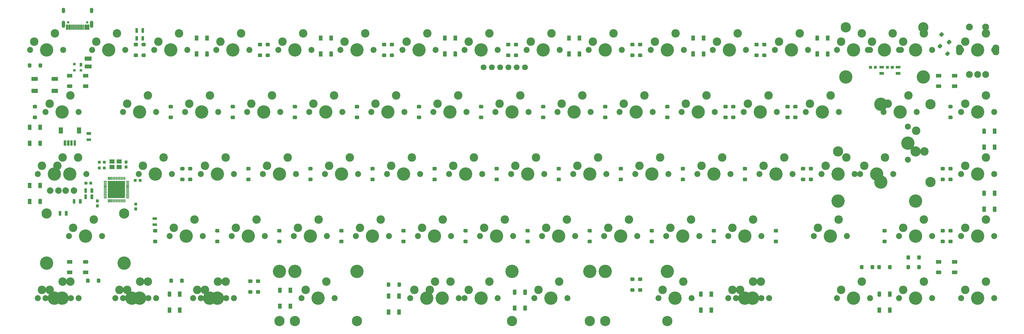
<source format=gbr>
G04 #@! TF.GenerationSoftware,KiCad,Pcbnew,(5.1.10)-1*
G04 #@! TF.CreationDate,2021-11-07T22:26:58+07:00*
G04 #@! TF.ProjectId,averange65,61766572-616e-4676-9536-352e6b696361,rev?*
G04 #@! TF.SameCoordinates,Original*
G04 #@! TF.FileFunction,Soldermask,Bot*
G04 #@! TF.FilePolarity,Negative*
%FSLAX46Y46*%
G04 Gerber Fmt 4.6, Leading zero omitted, Abs format (unit mm)*
G04 Created by KiCad (PCBNEW (5.1.10)-1) date 2021-11-07 22:26:58*
%MOMM*%
%LPD*%
G01*
G04 APERTURE LIST*
%ADD10C,1.800000*%
%ADD11C,0.750000*%
%ADD12O,1.100000X2.200000*%
%ADD13O,1.100000X1.700000*%
%ADD14C,2.100000*%
%ADD15O,2.100000X3.300000*%
%ADD16C,1.850000*%
%ADD17C,2.600000*%
%ADD18C,4.087800*%
%ADD19C,3.148000*%
%ADD20C,2.005000*%
G04 APERTURE END LIST*
G36*
G01*
X7324649Y-15965723D02*
X7324649Y-14825723D01*
G75*
G02*
X7374649Y-14775723I50000J0D01*
G01*
X9404649Y-14775723D01*
G75*
G02*
X9454649Y-14825723I0J-50000D01*
G01*
X9454649Y-15965723D01*
G75*
G02*
X9404649Y-16015723I-50000J0D01*
G01*
X7374649Y-16015723D01*
G75*
G02*
X7324649Y-15965723I0J50000D01*
G01*
G37*
G36*
G01*
X7324649Y-18365723D02*
X7324649Y-17225723D01*
G75*
G02*
X7374649Y-17175723I50000J0D01*
G01*
X9404649Y-17175723D01*
G75*
G02*
X9454649Y-17225723I0J-50000D01*
G01*
X9454649Y-18365723D01*
G75*
G02*
X9404649Y-18415723I-50000J0D01*
G01*
X7374649Y-18415723D01*
G75*
G02*
X7324649Y-18365723I0J50000D01*
G01*
G37*
D10*
X132278149Y-18056223D03*
X129738149Y-18056223D03*
X139898149Y-18056223D03*
X137358149Y-18056223D03*
X134818149Y-18056223D03*
X142438149Y-18056223D03*
G36*
G01*
X4920089Y-38335063D02*
X4920089Y-36535063D01*
G75*
G02*
X4970089Y-36485063I50000J0D01*
G01*
X6170089Y-36485063D01*
G75*
G02*
X6220089Y-36535063I0J-50000D01*
G01*
X6220089Y-38335063D01*
G75*
G02*
X6170089Y-38385063I-50000J0D01*
G01*
X4970089Y-38385063D01*
G75*
G02*
X4920089Y-38335063I0J50000D01*
G01*
G37*
G36*
G01*
X-679911Y-38335063D02*
X-679911Y-36535063D01*
G75*
G02*
X-629911Y-36485063I50000J0D01*
G01*
X570089Y-36485063D01*
G75*
G02*
X620089Y-36535063I0J-50000D01*
G01*
X620089Y-38335063D01*
G75*
G02*
X570089Y-38385063I-50000J0D01*
G01*
X-629911Y-38385063D01*
G75*
G02*
X-679911Y-38335063I0J50000D01*
G01*
G37*
G36*
G01*
X920089Y-42085063D02*
X920089Y-40535063D01*
G75*
G02*
X970089Y-40485063I50000J0D01*
G01*
X1570089Y-40485063D01*
G75*
G02*
X1620089Y-40535063I0J-50000D01*
G01*
X1620089Y-42085063D01*
G75*
G02*
X1570089Y-42135063I-50000J0D01*
G01*
X970089Y-42135063D01*
G75*
G02*
X920089Y-42085063I0J50000D01*
G01*
G37*
G36*
G01*
X1920089Y-42085063D02*
X1920089Y-40535063D01*
G75*
G02*
X1970089Y-40485063I50000J0D01*
G01*
X2570089Y-40485063D01*
G75*
G02*
X2620089Y-40535063I0J-50000D01*
G01*
X2620089Y-42085063D01*
G75*
G02*
X2570089Y-42135063I-50000J0D01*
G01*
X1970089Y-42135063D01*
G75*
G02*
X1920089Y-42085063I0J50000D01*
G01*
G37*
G36*
G01*
X3920089Y-42085063D02*
X3920089Y-40535063D01*
G75*
G02*
X3970089Y-40485063I50000J0D01*
G01*
X4570089Y-40485063D01*
G75*
G02*
X4620089Y-40535063I0J-50000D01*
G01*
X4620089Y-42085063D01*
G75*
G02*
X4570089Y-42135063I-50000J0D01*
G01*
X3970089Y-42135063D01*
G75*
G02*
X3920089Y-42085063I0J50000D01*
G01*
G37*
G36*
G01*
X2920089Y-42085063D02*
X2920089Y-40535063D01*
G75*
G02*
X2970089Y-40485063I50000J0D01*
G01*
X3570089Y-40485063D01*
G75*
G02*
X3620089Y-40535063I0J-50000D01*
G01*
X3620089Y-42085063D01*
G75*
G02*
X3570089Y-42135063I-50000J0D01*
G01*
X2970089Y-42135063D01*
G75*
G02*
X2920089Y-42085063I0J50000D01*
G01*
G37*
G36*
G01*
X18669279Y-48071853D02*
X18669279Y-49271853D01*
G75*
G02*
X18619279Y-49321853I-50000J0D01*
G01*
X17219279Y-49321853D01*
G75*
G02*
X17169279Y-49271853I0J50000D01*
G01*
X17169279Y-48071853D01*
G75*
G02*
X17219279Y-48021853I50000J0D01*
G01*
X18619279Y-48021853D01*
G75*
G02*
X18669279Y-48071853I0J-50000D01*
G01*
G37*
G36*
G01*
X16469279Y-48071853D02*
X16469279Y-49271853D01*
G75*
G02*
X16419279Y-49321853I-50000J0D01*
G01*
X15019279Y-49321853D01*
G75*
G02*
X14969279Y-49271853I0J50000D01*
G01*
X14969279Y-48071853D01*
G75*
G02*
X15019279Y-48021853I50000J0D01*
G01*
X16419279Y-48021853D01*
G75*
G02*
X16469279Y-48071853I0J-50000D01*
G01*
G37*
G36*
G01*
X16469279Y-46371853D02*
X16469279Y-47571853D01*
G75*
G02*
X16419279Y-47621853I-50000J0D01*
G01*
X15019279Y-47621853D01*
G75*
G02*
X14969279Y-47571853I0J50000D01*
G01*
X14969279Y-46371853D01*
G75*
G02*
X15019279Y-46321853I50000J0D01*
G01*
X16419279Y-46321853D01*
G75*
G02*
X16469279Y-46371853I0J-50000D01*
G01*
G37*
G36*
G01*
X18669279Y-46371853D02*
X18669279Y-47571853D01*
G75*
G02*
X18619279Y-47621853I-50000J0D01*
G01*
X17219279Y-47621853D01*
G75*
G02*
X17169279Y-47571853I0J50000D01*
G01*
X17169279Y-46371853D01*
G75*
G02*
X17219279Y-46321853I50000J0D01*
G01*
X18619279Y-46321853D01*
G75*
G02*
X18669279Y-46371853I0J-50000D01*
G01*
G37*
G36*
G01*
X-919006Y-24738133D02*
X-919006Y-25838133D01*
G75*
G02*
X-969006Y-25888133I-50000J0D01*
G01*
X-2769006Y-25888133D01*
G75*
G02*
X-2819006Y-25838133I0J50000D01*
G01*
X-2819006Y-24738133D01*
G75*
G02*
X-2769006Y-24688133I50000J0D01*
G01*
X-969006Y-24688133D01*
G75*
G02*
X-919006Y-24738133I0J-50000D01*
G01*
G37*
G36*
G01*
X-7119006Y-21038133D02*
X-7119006Y-22138133D01*
G75*
G02*
X-7169006Y-22188133I-50000J0D01*
G01*
X-8969006Y-22188133D01*
G75*
G02*
X-9019006Y-22138133I0J50000D01*
G01*
X-9019006Y-21038133D01*
G75*
G02*
X-8969006Y-20988133I50000J0D01*
G01*
X-7169006Y-20988133D01*
G75*
G02*
X-7119006Y-21038133I0J-50000D01*
G01*
G37*
G36*
G01*
X-919006Y-21038133D02*
X-919006Y-22138133D01*
G75*
G02*
X-969006Y-22188133I-50000J0D01*
G01*
X-2769006Y-22188133D01*
G75*
G02*
X-2819006Y-22138133I0J50000D01*
G01*
X-2819006Y-21038133D01*
G75*
G02*
X-2769006Y-20988133I50000J0D01*
G01*
X-969006Y-20988133D01*
G75*
G02*
X-919006Y-21038133I0J-50000D01*
G01*
G37*
G36*
G01*
X-7119006Y-24738133D02*
X-7119006Y-25838133D01*
G75*
G02*
X-7169006Y-25888133I-50000J0D01*
G01*
X-8969006Y-25888133D01*
G75*
G02*
X-9019006Y-25838133I0J50000D01*
G01*
X-9019006Y-24738133D01*
G75*
G02*
X-8969006Y-24688133I50000J0D01*
G01*
X-7169006Y-24688133D01*
G75*
G02*
X-7119006Y-24738133I0J-50000D01*
G01*
G37*
G36*
G01*
X5798412Y-16735055D02*
X6498412Y-16735055D01*
G75*
G02*
X6548412Y-16785055I0J-50000D01*
G01*
X6548412Y-17785055D01*
G75*
G02*
X6498412Y-17835055I-50000J0D01*
G01*
X5798412Y-17835055D01*
G75*
G02*
X5748412Y-17785055I0J50000D01*
G01*
X5748412Y-16785055D01*
G75*
G02*
X5798412Y-16735055I50000J0D01*
G01*
G37*
G36*
G01*
X3798412Y-16735055D02*
X4498412Y-16735055D01*
G75*
G02*
X4548412Y-16785055I0J-50000D01*
G01*
X4548412Y-17385055D01*
G75*
G02*
X4498412Y-17435055I-50000J0D01*
G01*
X3798412Y-17435055D01*
G75*
G02*
X3748412Y-17385055I0J50000D01*
G01*
X3748412Y-16785055D01*
G75*
G02*
X3798412Y-16735055I50000J0D01*
G01*
G37*
G36*
G01*
X5798412Y-18635055D02*
X6498412Y-18635055D01*
G75*
G02*
X6548412Y-18685055I0J-50000D01*
G01*
X6548412Y-19285055D01*
G75*
G02*
X6498412Y-19335055I-50000J0D01*
G01*
X5798412Y-19335055D01*
G75*
G02*
X5748412Y-19285055I0J50000D01*
G01*
X5748412Y-18685055D01*
G75*
G02*
X5798412Y-18635055I50000J0D01*
G01*
G37*
G36*
G01*
X3798412Y-18635055D02*
X4498412Y-18635055D01*
G75*
G02*
X4548412Y-18685055I0J-50000D01*
G01*
X4548412Y-19285055D01*
G75*
G02*
X4498412Y-19335055I-50000J0D01*
G01*
X3798412Y-19335055D01*
G75*
G02*
X3748412Y-19285055I0J50000D01*
G01*
X3748412Y-18685055D01*
G75*
G02*
X3798412Y-18635055I50000J0D01*
G01*
G37*
G36*
G01*
X8023412Y-6455055D02*
X8023412Y-5005055D01*
G75*
G02*
X8073412Y-4955055I50000J0D01*
G01*
X8673412Y-4955055D01*
G75*
G02*
X8723412Y-5005055I0J-50000D01*
G01*
X8723412Y-6455055D01*
G75*
G02*
X8673412Y-6505055I-50000J0D01*
G01*
X8073412Y-6505055D01*
G75*
G02*
X8023412Y-6455055I0J50000D01*
G01*
G37*
G36*
G01*
X1573412Y-6455055D02*
X1573412Y-5005055D01*
G75*
G02*
X1623412Y-4955055I50000J0D01*
G01*
X2223412Y-4955055D01*
G75*
G02*
X2273412Y-5005055I0J-50000D01*
G01*
X2273412Y-6455055D01*
G75*
G02*
X2223412Y-6505055I-50000J0D01*
G01*
X1623412Y-6505055D01*
G75*
G02*
X1573412Y-6455055I0J50000D01*
G01*
G37*
G36*
G01*
X7248412Y-6455055D02*
X7248412Y-5005055D01*
G75*
G02*
X7298412Y-4955055I50000J0D01*
G01*
X7898412Y-4955055D01*
G75*
G02*
X7948412Y-5005055I0J-50000D01*
G01*
X7948412Y-6455055D01*
G75*
G02*
X7898412Y-6505055I-50000J0D01*
G01*
X7298412Y-6505055D01*
G75*
G02*
X7248412Y-6455055I0J50000D01*
G01*
G37*
G36*
G01*
X2348412Y-6455055D02*
X2348412Y-5005055D01*
G75*
G02*
X2398412Y-4955055I50000J0D01*
G01*
X2998412Y-4955055D01*
G75*
G02*
X3048412Y-5005055I0J-50000D01*
G01*
X3048412Y-6455055D01*
G75*
G02*
X2998412Y-6505055I-50000J0D01*
G01*
X2398412Y-6505055D01*
G75*
G02*
X2348412Y-6455055I0J50000D01*
G01*
G37*
G36*
G01*
X3198412Y-6455055D02*
X3198412Y-5005055D01*
G75*
G02*
X3248412Y-4955055I50000J0D01*
G01*
X3548412Y-4955055D01*
G75*
G02*
X3598412Y-5005055I0J-50000D01*
G01*
X3598412Y-6455055D01*
G75*
G02*
X3548412Y-6505055I-50000J0D01*
G01*
X3248412Y-6505055D01*
G75*
G02*
X3198412Y-6455055I0J50000D01*
G01*
G37*
G36*
G01*
X6698412Y-6455055D02*
X6698412Y-5005055D01*
G75*
G02*
X6748412Y-4955055I50000J0D01*
G01*
X7048412Y-4955055D01*
G75*
G02*
X7098412Y-5005055I0J-50000D01*
G01*
X7098412Y-6455055D01*
G75*
G02*
X7048412Y-6505055I-50000J0D01*
G01*
X6748412Y-6505055D01*
G75*
G02*
X6698412Y-6455055I0J50000D01*
G01*
G37*
G36*
G01*
X3698412Y-6455055D02*
X3698412Y-5005055D01*
G75*
G02*
X3748412Y-4955055I50000J0D01*
G01*
X4048412Y-4955055D01*
G75*
G02*
X4098412Y-5005055I0J-50000D01*
G01*
X4098412Y-6455055D01*
G75*
G02*
X4048412Y-6505055I-50000J0D01*
G01*
X3748412Y-6505055D01*
G75*
G02*
X3698412Y-6455055I0J50000D01*
G01*
G37*
G36*
G01*
X6198412Y-6455055D02*
X6198412Y-5005055D01*
G75*
G02*
X6248412Y-4955055I50000J0D01*
G01*
X6548412Y-4955055D01*
G75*
G02*
X6598412Y-5005055I0J-50000D01*
G01*
X6598412Y-6455055D01*
G75*
G02*
X6548412Y-6505055I-50000J0D01*
G01*
X6248412Y-6505055D01*
G75*
G02*
X6198412Y-6455055I0J50000D01*
G01*
G37*
G36*
G01*
X4198412Y-6455055D02*
X4198412Y-5005055D01*
G75*
G02*
X4248412Y-4955055I50000J0D01*
G01*
X4548412Y-4955055D01*
G75*
G02*
X4598412Y-5005055I0J-50000D01*
G01*
X4598412Y-6455055D01*
G75*
G02*
X4548412Y-6505055I-50000J0D01*
G01*
X4248412Y-6505055D01*
G75*
G02*
X4198412Y-6455055I0J50000D01*
G01*
G37*
G36*
G01*
X5698412Y-6455055D02*
X5698412Y-5005055D01*
G75*
G02*
X5748412Y-4955055I50000J0D01*
G01*
X6048412Y-4955055D01*
G75*
G02*
X6098412Y-5005055I0J-50000D01*
G01*
X6098412Y-6455055D01*
G75*
G02*
X6048412Y-6505055I-50000J0D01*
G01*
X5748412Y-6505055D01*
G75*
G02*
X5698412Y-6455055I0J50000D01*
G01*
G37*
G36*
G01*
X5198412Y-6455055D02*
X5198412Y-5005055D01*
G75*
G02*
X5248412Y-4955055I50000J0D01*
G01*
X5548412Y-4955055D01*
G75*
G02*
X5598412Y-5005055I0J-50000D01*
G01*
X5598412Y-6455055D01*
G75*
G02*
X5548412Y-6505055I-50000J0D01*
G01*
X5248412Y-6505055D01*
G75*
G02*
X5198412Y-6455055I0J50000D01*
G01*
G37*
G36*
G01*
X4698412Y-6455055D02*
X4698412Y-5005055D01*
G75*
G02*
X4748412Y-4955055I50000J0D01*
G01*
X5048412Y-4955055D01*
G75*
G02*
X5098412Y-5005055I0J-50000D01*
G01*
X5098412Y-6455055D01*
G75*
G02*
X5048412Y-6505055I-50000J0D01*
G01*
X4748412Y-6505055D01*
G75*
G02*
X4698412Y-6455055I0J50000D01*
G01*
G37*
D11*
X8038412Y-4285055D03*
X2258412Y-4285055D03*
D12*
X828412Y-4815055D03*
X9468412Y-4815055D03*
D13*
X828412Y-635055D03*
X9468412Y-635055D03*
D14*
X278876149Y-20222223D03*
X281376149Y-20222223D03*
X283876149Y-20222223D03*
D15*
X275776149Y-12722223D03*
X286976149Y-12722223D03*
D14*
X278876149Y-5722223D03*
X283876149Y-5722223D03*
G36*
G01*
X257619007Y-18423032D02*
X256319007Y-18423032D01*
G75*
G02*
X256269007Y-18373032I0J50000D01*
G01*
X256269007Y-17673032D01*
G75*
G02*
X256319007Y-17623032I50000J0D01*
G01*
X257619007Y-17623032D01*
G75*
G02*
X257669007Y-17673032I0J-50000D01*
G01*
X257669007Y-18373032D01*
G75*
G02*
X257619007Y-18423032I-50000J0D01*
G01*
G37*
G36*
G01*
X257619007Y-20323032D02*
X256319007Y-20323032D01*
G75*
G02*
X256269007Y-20273032I0J50000D01*
G01*
X256269007Y-19573032D01*
G75*
G02*
X256319007Y-19523032I50000J0D01*
G01*
X257619007Y-19523032D01*
G75*
G02*
X257669007Y-19573032I0J-50000D01*
G01*
X257669007Y-20273032D01*
G75*
G02*
X257619007Y-20323032I-50000J0D01*
G01*
G37*
G36*
G01*
X251258838Y-19523032D02*
X252558838Y-19523032D01*
G75*
G02*
X252608838Y-19573032I0J-50000D01*
G01*
X252608838Y-20273032D01*
G75*
G02*
X252558838Y-20323032I-50000J0D01*
G01*
X251258838Y-20323032D01*
G75*
G02*
X251208838Y-20273032I0J50000D01*
G01*
X251208838Y-19573032D01*
G75*
G02*
X251258838Y-19523032I50000J0D01*
G01*
G37*
G36*
G01*
X251258838Y-17623032D02*
X252558838Y-17623032D01*
G75*
G02*
X252608838Y-17673032I0J-50000D01*
G01*
X252608838Y-18373032D01*
G75*
G02*
X252558838Y-18423032I-50000J0D01*
G01*
X251258838Y-18423032D01*
G75*
G02*
X251208838Y-18373032I0J50000D01*
G01*
X251208838Y-17673032D01*
G75*
G02*
X251258838Y-17623032I50000J0D01*
G01*
G37*
G36*
G01*
X5574149Y-59854223D02*
X5574149Y-58554223D01*
G75*
G02*
X5624149Y-58504223I50000J0D01*
G01*
X6324149Y-58504223D01*
G75*
G02*
X6374149Y-58554223I0J-50000D01*
G01*
X6374149Y-59854223D01*
G75*
G02*
X6324149Y-59904223I-50000J0D01*
G01*
X5624149Y-59904223D01*
G75*
G02*
X5574149Y-59854223I0J50000D01*
G01*
G37*
G36*
G01*
X3674149Y-59854223D02*
X3674149Y-58554223D01*
G75*
G02*
X3724149Y-58504223I50000J0D01*
G01*
X4424149Y-58504223D01*
G75*
G02*
X4474149Y-58554223I0J-50000D01*
G01*
X4474149Y-59854223D01*
G75*
G02*
X4424149Y-59904223I-50000J0D01*
G01*
X3724149Y-59904223D01*
G75*
G02*
X3674149Y-59854223I0J50000D01*
G01*
G37*
G36*
G01*
X1256149Y-63537223D02*
X1256149Y-62237223D01*
G75*
G02*
X1306149Y-62187223I50000J0D01*
G01*
X2006149Y-62187223D01*
G75*
G02*
X2056149Y-62237223I0J-50000D01*
G01*
X2056149Y-63537223D01*
G75*
G02*
X2006149Y-63587223I-50000J0D01*
G01*
X1306149Y-63587223D01*
G75*
G02*
X1256149Y-63537223I0J50000D01*
G01*
G37*
G36*
G01*
X-643851Y-63537223D02*
X-643851Y-62237223D01*
G75*
G02*
X-593851Y-62187223I50000J0D01*
G01*
X106149Y-62187223D01*
G75*
G02*
X156149Y-62237223I0J-50000D01*
G01*
X156149Y-63537223D01*
G75*
G02*
X106149Y-63587223I-50000J0D01*
G01*
X-593851Y-63587223D01*
G75*
G02*
X-643851Y-63537223I0J50000D01*
G01*
G37*
G36*
G01*
X29486649Y-64877223D02*
X28186649Y-64877223D01*
G75*
G02*
X28136649Y-64827223I0J50000D01*
G01*
X28136649Y-64127223D01*
G75*
G02*
X28186649Y-64077223I50000J0D01*
G01*
X29486649Y-64077223D01*
G75*
G02*
X29536649Y-64127223I0J-50000D01*
G01*
X29536649Y-64827223D01*
G75*
G02*
X29486649Y-64877223I-50000J0D01*
G01*
G37*
G36*
G01*
X29486649Y-66777223D02*
X28186649Y-66777223D01*
G75*
G02*
X28136649Y-66727223I0J50000D01*
G01*
X28136649Y-66027223D01*
G75*
G02*
X28186649Y-65977223I50000J0D01*
G01*
X29486649Y-65977223D01*
G75*
G02*
X29536649Y-66027223I0J-50000D01*
G01*
X29536649Y-66727223D01*
G75*
G02*
X29486649Y-66777223I-50000J0D01*
G01*
G37*
G36*
G01*
X7930149Y-39876223D02*
X9230149Y-39876223D01*
G75*
G02*
X9280149Y-39926223I0J-50000D01*
G01*
X9280149Y-40626223D01*
G75*
G02*
X9230149Y-40676223I-50000J0D01*
G01*
X7930149Y-40676223D01*
G75*
G02*
X7880149Y-40626223I0J50000D01*
G01*
X7880149Y-39926223D01*
G75*
G02*
X7930149Y-39876223I50000J0D01*
G01*
G37*
G36*
G01*
X7930149Y-37976223D02*
X9230149Y-37976223D01*
G75*
G02*
X9280149Y-38026223I0J-50000D01*
G01*
X9280149Y-38726223D01*
G75*
G02*
X9230149Y-38776223I-50000J0D01*
G01*
X7930149Y-38776223D01*
G75*
G02*
X7880149Y-38726223I0J50000D01*
G01*
X7880149Y-38026223D01*
G75*
G02*
X7930149Y-37976223I50000J0D01*
G01*
G37*
G36*
G01*
X8024496Y-57167746D02*
X8024496Y-58467746D01*
G75*
G02*
X7974496Y-58517746I-50000J0D01*
G01*
X7274496Y-58517746D01*
G75*
G02*
X7224496Y-58467746I0J50000D01*
G01*
X7224496Y-57167746D01*
G75*
G02*
X7274496Y-57117746I50000J0D01*
G01*
X7974496Y-57117746D01*
G75*
G02*
X8024496Y-57167746I0J-50000D01*
G01*
G37*
G36*
G01*
X9924496Y-57167746D02*
X9924496Y-58467746D01*
G75*
G02*
X9874496Y-58517746I-50000J0D01*
G01*
X9174496Y-58517746D01*
G75*
G02*
X9124496Y-58467746I0J50000D01*
G01*
X9124496Y-57167746D01*
G75*
G02*
X9174496Y-57117746I50000J0D01*
G01*
X9874496Y-57117746D01*
G75*
G02*
X9924496Y-57167746I0J-50000D01*
G01*
G37*
G36*
G01*
X8024496Y-55232969D02*
X8024496Y-56532969D01*
G75*
G02*
X7974496Y-56582969I-50000J0D01*
G01*
X7274496Y-56582969D01*
G75*
G02*
X7224496Y-56532969I0J50000D01*
G01*
X7224496Y-55232969D01*
G75*
G02*
X7274496Y-55182969I50000J0D01*
G01*
X7974496Y-55182969D01*
G75*
G02*
X8024496Y-55232969I0J-50000D01*
G01*
G37*
G36*
G01*
X9924496Y-55232969D02*
X9924496Y-56532969D01*
G75*
G02*
X9874496Y-56582969I-50000J0D01*
G01*
X9174496Y-56582969D01*
G75*
G02*
X9124496Y-56532969I0J50000D01*
G01*
X9124496Y-55232969D01*
G75*
G02*
X9174496Y-55182969I50000J0D01*
G01*
X9874496Y-55182969D01*
G75*
G02*
X9924496Y-55232969I0J-50000D01*
G01*
G37*
G36*
G01*
X23651429Y-8500573D02*
X23651429Y-9800573D01*
G75*
G02*
X23601429Y-9850573I-50000J0D01*
G01*
X22901429Y-9850573D01*
G75*
G02*
X22851429Y-9800573I0J50000D01*
G01*
X22851429Y-8500573D01*
G75*
G02*
X22901429Y-8450573I50000J0D01*
G01*
X23601429Y-8450573D01*
G75*
G02*
X23651429Y-8500573I0J-50000D01*
G01*
G37*
G36*
G01*
X25551429Y-8500573D02*
X25551429Y-9800573D01*
G75*
G02*
X25501429Y-9850573I-50000J0D01*
G01*
X24801429Y-9850573D01*
G75*
G02*
X24751429Y-9800573I0J50000D01*
G01*
X24751429Y-8500573D01*
G75*
G02*
X24801429Y-8450573I50000J0D01*
G01*
X25501429Y-8450573D01*
G75*
G02*
X25551429Y-8500573I0J-50000D01*
G01*
G37*
G36*
G01*
X23651429Y-6119313D02*
X23651429Y-7419313D01*
G75*
G02*
X23601429Y-7469313I-50000J0D01*
G01*
X22901429Y-7469313D01*
G75*
G02*
X22851429Y-7419313I0J50000D01*
G01*
X22851429Y-6119313D01*
G75*
G02*
X22901429Y-6069313I50000J0D01*
G01*
X23601429Y-6069313D01*
G75*
G02*
X23651429Y-6119313I0J-50000D01*
G01*
G37*
G36*
G01*
X25551429Y-6119313D02*
X25551429Y-7419313D01*
G75*
G02*
X25501429Y-7469313I-50000J0D01*
G01*
X24801429Y-7469313D01*
G75*
G02*
X24751429Y-7419313I0J50000D01*
G01*
X24751429Y-6119313D01*
G75*
G02*
X24801429Y-6069313I50000J0D01*
G01*
X25501429Y-6069313D01*
G75*
G02*
X25551429Y-6119313I0J-50000D01*
G01*
G37*
G36*
G01*
X254744780Y-18455061D02*
X254744780Y-17705061D01*
G75*
G02*
X254794780Y-17655061I50000J0D01*
G01*
X255594780Y-17655061D01*
G75*
G02*
X255644780Y-17705061I0J-50000D01*
G01*
X255644780Y-18455061D01*
G75*
G02*
X255594780Y-18505061I-50000J0D01*
G01*
X254794780Y-18505061D01*
G75*
G02*
X254744780Y-18455061I0J50000D01*
G01*
G37*
G36*
G01*
X253244780Y-18455061D02*
X253244780Y-17705061D01*
G75*
G02*
X253294780Y-17655061I50000J0D01*
G01*
X254094780Y-17655061D01*
G75*
G02*
X254144780Y-17705061I0J-50000D01*
G01*
X254144780Y-18455061D01*
G75*
G02*
X254094780Y-18505061I-50000J0D01*
G01*
X253294780Y-18505061D01*
G75*
G02*
X253244780Y-18455061I0J50000D01*
G01*
G37*
G36*
G01*
X248929925Y-17705061D02*
X248929925Y-18455061D01*
G75*
G02*
X248879925Y-18505061I-50000J0D01*
G01*
X248079925Y-18505061D01*
G75*
G02*
X248029925Y-18455061I0J50000D01*
G01*
X248029925Y-17705061D01*
G75*
G02*
X248079925Y-17655061I50000J0D01*
G01*
X248879925Y-17655061D01*
G75*
G02*
X248929925Y-17705061I0J-50000D01*
G01*
G37*
G36*
G01*
X250429925Y-17705061D02*
X250429925Y-18455061D01*
G75*
G02*
X250379925Y-18505061I-50000J0D01*
G01*
X249579925Y-18505061D01*
G75*
G02*
X249529925Y-18455061I0J50000D01*
G01*
X249529925Y-17705061D01*
G75*
G02*
X249579925Y-17655061I50000J0D01*
G01*
X250379925Y-17655061D01*
G75*
G02*
X250429925Y-17705061I0J-50000D01*
G01*
G37*
G36*
G01*
X23866149Y-53165723D02*
X23866149Y-52415723D01*
G75*
G02*
X23916149Y-52365723I50000J0D01*
G01*
X24716149Y-52365723D01*
G75*
G02*
X24766149Y-52415723I0J-50000D01*
G01*
X24766149Y-53165723D01*
G75*
G02*
X24716149Y-53215723I-50000J0D01*
G01*
X23916149Y-53215723D01*
G75*
G02*
X23866149Y-53165723I0J50000D01*
G01*
G37*
G36*
G01*
X22366149Y-53165723D02*
X22366149Y-52415723D01*
G75*
G02*
X22416149Y-52365723I50000J0D01*
G01*
X23216149Y-52365723D01*
G75*
G02*
X23266149Y-52415723I0J-50000D01*
G01*
X23266149Y-53165723D01*
G75*
G02*
X23216149Y-53215723I-50000J0D01*
G01*
X22416149Y-53215723D01*
G75*
G02*
X22366149Y-53165723I0J50000D01*
G01*
G37*
G36*
G01*
X8125667Y-53275534D02*
X8125667Y-54025534D01*
G75*
G02*
X8075667Y-54075534I-50000J0D01*
G01*
X7275667Y-54075534D01*
G75*
G02*
X7225667Y-54025534I0J50000D01*
G01*
X7225667Y-53275534D01*
G75*
G02*
X7275667Y-53225534I50000J0D01*
G01*
X8075667Y-53225534D01*
G75*
G02*
X8125667Y-53275534I0J-50000D01*
G01*
G37*
G36*
G01*
X9625667Y-53275534D02*
X9625667Y-54025534D01*
G75*
G02*
X9575667Y-54075534I-50000J0D01*
G01*
X8775667Y-54075534D01*
G75*
G02*
X8725667Y-54025534I0J50000D01*
G01*
X8725667Y-53275534D01*
G75*
G02*
X8775667Y-53225534I50000J0D01*
G01*
X9575667Y-53225534D01*
G75*
G02*
X9625667Y-53275534I0J-50000D01*
G01*
G37*
G36*
G01*
X12264779Y-48589853D02*
X12264779Y-49339853D01*
G75*
G02*
X12214779Y-49389853I-50000J0D01*
G01*
X11414779Y-49389853D01*
G75*
G02*
X11364779Y-49339853I0J50000D01*
G01*
X11364779Y-48589853D01*
G75*
G02*
X11414779Y-48539853I50000J0D01*
G01*
X12214779Y-48539853D01*
G75*
G02*
X12264779Y-48589853I0J-50000D01*
G01*
G37*
G36*
G01*
X13764779Y-48589853D02*
X13764779Y-49339853D01*
G75*
G02*
X13714779Y-49389853I-50000J0D01*
G01*
X12914779Y-49389853D01*
G75*
G02*
X12864779Y-49339853I0J50000D01*
G01*
X12864779Y-48589853D01*
G75*
G02*
X12914779Y-48539853I50000J0D01*
G01*
X13714779Y-48539853D01*
G75*
G02*
X13764779Y-48589853I0J-50000D01*
G01*
G37*
G36*
G01*
X23385605Y-60491723D02*
X22635605Y-60491723D01*
G75*
G02*
X22585605Y-60441723I0J50000D01*
G01*
X22585605Y-59641723D01*
G75*
G02*
X22635605Y-59591723I50000J0D01*
G01*
X23385605Y-59591723D01*
G75*
G02*
X23435605Y-59641723I0J-50000D01*
G01*
X23435605Y-60441723D01*
G75*
G02*
X23385605Y-60491723I-50000J0D01*
G01*
G37*
G36*
G01*
X23385605Y-61991723D02*
X22635605Y-61991723D01*
G75*
G02*
X22585605Y-61941723I0J50000D01*
G01*
X22585605Y-61141723D01*
G75*
G02*
X22635605Y-61091723I50000J0D01*
G01*
X23385605Y-61091723D01*
G75*
G02*
X23435605Y-61141723I0J-50000D01*
G01*
X23435605Y-61941723D01*
G75*
G02*
X23385605Y-61991723I-50000J0D01*
G01*
G37*
G36*
G01*
X12264779Y-46811853D02*
X12264779Y-47561853D01*
G75*
G02*
X12214779Y-47611853I-50000J0D01*
G01*
X11414779Y-47611853D01*
G75*
G02*
X11364779Y-47561853I0J50000D01*
G01*
X11364779Y-46811853D01*
G75*
G02*
X11414779Y-46761853I50000J0D01*
G01*
X12214779Y-46761853D01*
G75*
G02*
X12264779Y-46811853I0J-50000D01*
G01*
G37*
G36*
G01*
X13764779Y-46811853D02*
X13764779Y-47561853D01*
G75*
G02*
X13714779Y-47611853I-50000J0D01*
G01*
X12914779Y-47611853D01*
G75*
G02*
X12864779Y-47561853I0J50000D01*
G01*
X12864779Y-46811853D01*
G75*
G02*
X12914779Y-46761853I50000J0D01*
G01*
X13714779Y-46761853D01*
G75*
G02*
X13764779Y-46811853I0J-50000D01*
G01*
G37*
G36*
G01*
X20369279Y-47585353D02*
X19619279Y-47585353D01*
G75*
G02*
X19569279Y-47535353I0J50000D01*
G01*
X19569279Y-46735353D01*
G75*
G02*
X19619279Y-46685353I50000J0D01*
G01*
X20369279Y-46685353D01*
G75*
G02*
X20419279Y-46735353I0J-50000D01*
G01*
X20419279Y-47535353D01*
G75*
G02*
X20369279Y-47585353I-50000J0D01*
G01*
G37*
G36*
G01*
X20369279Y-49085353D02*
X19619279Y-49085353D01*
G75*
G02*
X19569279Y-49035353I0J50000D01*
G01*
X19569279Y-48235353D01*
G75*
G02*
X19619279Y-48185353I50000J0D01*
G01*
X20369279Y-48185353D01*
G75*
G02*
X20419279Y-48235353I0J-50000D01*
G01*
X20419279Y-49035353D01*
G75*
G02*
X20369279Y-49085353I-50000J0D01*
G01*
G37*
G36*
G01*
X11558649Y-59527223D02*
X10808649Y-59527223D01*
G75*
G02*
X10758649Y-59477223I0J50000D01*
G01*
X10758649Y-58677223D01*
G75*
G02*
X10808649Y-58627223I50000J0D01*
G01*
X11558649Y-58627223D01*
G75*
G02*
X11608649Y-58677223I0J-50000D01*
G01*
X11608649Y-59477223D01*
G75*
G02*
X11558649Y-59527223I-50000J0D01*
G01*
G37*
G36*
G01*
X11558649Y-61027223D02*
X10808649Y-61027223D01*
G75*
G02*
X10758649Y-60977223I0J50000D01*
G01*
X10758649Y-60177223D01*
G75*
G02*
X10808649Y-60127223I50000J0D01*
G01*
X11558649Y-60127223D01*
G75*
G02*
X11608649Y-60177223I0J-50000D01*
G01*
X11608649Y-60977223D01*
G75*
G02*
X11558649Y-61027223I-50000J0D01*
G01*
G37*
G36*
G01*
X270202469Y-80722743D02*
X270202469Y-81272743D01*
G75*
G02*
X269927469Y-81547743I-275000J0D01*
G01*
X268877469Y-81547743D01*
G75*
G02*
X268602469Y-81272743I0J275000D01*
G01*
X268602469Y-80722743D01*
G75*
G02*
X268877469Y-80447743I275000J0D01*
G01*
X269927469Y-80447743D01*
G75*
G02*
X270202469Y-80722743I0J-275000D01*
G01*
G37*
G36*
G01*
X270202469Y-77297743D02*
X270202469Y-78297743D01*
G75*
G02*
X270152469Y-78347743I-50000J0D01*
G01*
X268652469Y-78347743D01*
G75*
G02*
X268602469Y-78297743I0J50000D01*
G01*
X268602469Y-77297743D01*
G75*
G02*
X268652469Y-77247743I50000J0D01*
G01*
X270152469Y-77247743D01*
G75*
G02*
X270202469Y-77297743I0J-50000D01*
G01*
G37*
G36*
G01*
X275102469Y-80497743D02*
X275102469Y-81497743D01*
G75*
G02*
X275052469Y-81547743I-50000J0D01*
G01*
X273552469Y-81547743D01*
G75*
G02*
X273502469Y-81497743I0J50000D01*
G01*
X273502469Y-80497743D01*
G75*
G02*
X273552469Y-80447743I50000J0D01*
G01*
X275052469Y-80447743D01*
G75*
G02*
X275102469Y-80497743I0J-50000D01*
G01*
G37*
G36*
G01*
X275102469Y-77297743D02*
X275102469Y-78297743D01*
G75*
G02*
X275052469Y-78347743I-50000J0D01*
G01*
X273552469Y-78347743D01*
G75*
G02*
X273502469Y-78297743I0J50000D01*
G01*
X273502469Y-77297743D01*
G75*
G02*
X273552469Y-77247743I50000J0D01*
G01*
X275052469Y-77247743D01*
G75*
G02*
X275102469Y-77297743I0J-50000D01*
G01*
G37*
G36*
G01*
X251477249Y-88463193D02*
X250927249Y-88463193D01*
G75*
G02*
X250652249Y-88188193I0J275000D01*
G01*
X250652249Y-87138193D01*
G75*
G02*
X250927249Y-86863193I275000J0D01*
G01*
X251477249Y-86863193D01*
G75*
G02*
X251752249Y-87138193I0J-275000D01*
G01*
X251752249Y-88188193D01*
G75*
G02*
X251477249Y-88463193I-275000J0D01*
G01*
G37*
G36*
G01*
X254902249Y-88463193D02*
X253902249Y-88463193D01*
G75*
G02*
X253852249Y-88413193I0J50000D01*
G01*
X253852249Y-86913193D01*
G75*
G02*
X253902249Y-86863193I50000J0D01*
G01*
X254902249Y-86863193D01*
G75*
G02*
X254952249Y-86913193I0J-50000D01*
G01*
X254952249Y-88413193D01*
G75*
G02*
X254902249Y-88463193I-50000J0D01*
G01*
G37*
G36*
G01*
X251702249Y-93363193D02*
X250702249Y-93363193D01*
G75*
G02*
X250652249Y-93313193I0J50000D01*
G01*
X250652249Y-91813193D01*
G75*
G02*
X250702249Y-91763193I50000J0D01*
G01*
X251702249Y-91763193D01*
G75*
G02*
X251752249Y-91813193I0J-50000D01*
G01*
X251752249Y-93313193D01*
G75*
G02*
X251702249Y-93363193I-50000J0D01*
G01*
G37*
G36*
G01*
X254902249Y-93363193D02*
X253902249Y-93363193D01*
G75*
G02*
X253852249Y-93313193I0J50000D01*
G01*
X253852249Y-91813193D01*
G75*
G02*
X253902249Y-91763193I50000J0D01*
G01*
X254902249Y-91763193D01*
G75*
G02*
X254952249Y-91813193I0J-50000D01*
G01*
X254952249Y-93313193D01*
G75*
G02*
X254902249Y-93363193I-50000J0D01*
G01*
G37*
G36*
G01*
X196708409Y-88463413D02*
X196158409Y-88463413D01*
G75*
G02*
X195883409Y-88188413I0J275000D01*
G01*
X195883409Y-87138413D01*
G75*
G02*
X196158409Y-86863413I275000J0D01*
G01*
X196708409Y-86863413D01*
G75*
G02*
X196983409Y-87138413I0J-275000D01*
G01*
X196983409Y-88188413D01*
G75*
G02*
X196708409Y-88463413I-275000J0D01*
G01*
G37*
G36*
G01*
X200133409Y-88463413D02*
X199133409Y-88463413D01*
G75*
G02*
X199083409Y-88413413I0J50000D01*
G01*
X199083409Y-86913413D01*
G75*
G02*
X199133409Y-86863413I50000J0D01*
G01*
X200133409Y-86863413D01*
G75*
G02*
X200183409Y-86913413I0J-50000D01*
G01*
X200183409Y-88413413D01*
G75*
G02*
X200133409Y-88463413I-50000J0D01*
G01*
G37*
G36*
G01*
X196933409Y-93363413D02*
X195933409Y-93363413D01*
G75*
G02*
X195883409Y-93313413I0J50000D01*
G01*
X195883409Y-91813413D01*
G75*
G02*
X195933409Y-91763413I50000J0D01*
G01*
X196933409Y-91763413D01*
G75*
G02*
X196983409Y-91813413I0J-50000D01*
G01*
X196983409Y-93313413D01*
G75*
G02*
X196933409Y-93363413I-50000J0D01*
G01*
G37*
G36*
G01*
X200133409Y-93363413D02*
X199133409Y-93363413D01*
G75*
G02*
X199083409Y-93313413I0J50000D01*
G01*
X199083409Y-91813413D01*
G75*
G02*
X199133409Y-91763413I50000J0D01*
G01*
X200133409Y-91763413D01*
G75*
G02*
X200183409Y-91813413I0J-50000D01*
G01*
X200183409Y-93313413D01*
G75*
G02*
X200133409Y-93363413I-50000J0D01*
G01*
G37*
G36*
G01*
X139557525Y-87867878D02*
X139007525Y-87867878D01*
G75*
G02*
X138732525Y-87592878I0J275000D01*
G01*
X138732525Y-86542878D01*
G75*
G02*
X139007525Y-86267878I275000J0D01*
G01*
X139557525Y-86267878D01*
G75*
G02*
X139832525Y-86542878I0J-275000D01*
G01*
X139832525Y-87592878D01*
G75*
G02*
X139557525Y-87867878I-275000J0D01*
G01*
G37*
G36*
G01*
X142982525Y-87867878D02*
X141982525Y-87867878D01*
G75*
G02*
X141932525Y-87817878I0J50000D01*
G01*
X141932525Y-86317878D01*
G75*
G02*
X141982525Y-86267878I50000J0D01*
G01*
X142982525Y-86267878D01*
G75*
G02*
X143032525Y-86317878I0J-50000D01*
G01*
X143032525Y-87817878D01*
G75*
G02*
X142982525Y-87867878I-50000J0D01*
G01*
G37*
G36*
G01*
X139782525Y-92767878D02*
X138782525Y-92767878D01*
G75*
G02*
X138732525Y-92717878I0J50000D01*
G01*
X138732525Y-91217878D01*
G75*
G02*
X138782525Y-91167878I50000J0D01*
G01*
X139782525Y-91167878D01*
G75*
G02*
X139832525Y-91217878I0J-50000D01*
G01*
X139832525Y-92717878D01*
G75*
G02*
X139782525Y-92767878I-50000J0D01*
G01*
G37*
G36*
G01*
X142982525Y-92767878D02*
X141982525Y-92767878D01*
G75*
G02*
X141932525Y-92717878I0J50000D01*
G01*
X141932525Y-91217878D01*
G75*
G02*
X141982525Y-91167878I50000J0D01*
G01*
X142982525Y-91167878D01*
G75*
G02*
X143032525Y-91217878I0J-50000D01*
G01*
X143032525Y-92717878D01*
G75*
G02*
X142982525Y-92767878I-50000J0D01*
G01*
G37*
G36*
G01*
X100862180Y-89058230D02*
X100312180Y-89058230D01*
G75*
G02*
X100037180Y-88783230I0J275000D01*
G01*
X100037180Y-87733230D01*
G75*
G02*
X100312180Y-87458230I275000J0D01*
G01*
X100862180Y-87458230D01*
G75*
G02*
X101137180Y-87733230I0J-275000D01*
G01*
X101137180Y-88783230D01*
G75*
G02*
X100862180Y-89058230I-275000J0D01*
G01*
G37*
G36*
G01*
X104287180Y-89058230D02*
X103287180Y-89058230D01*
G75*
G02*
X103237180Y-89008230I0J50000D01*
G01*
X103237180Y-87508230D01*
G75*
G02*
X103287180Y-87458230I50000J0D01*
G01*
X104287180Y-87458230D01*
G75*
G02*
X104337180Y-87508230I0J-50000D01*
G01*
X104337180Y-89008230D01*
G75*
G02*
X104287180Y-89058230I-50000J0D01*
G01*
G37*
G36*
G01*
X101087180Y-93958230D02*
X100087180Y-93958230D01*
G75*
G02*
X100037180Y-93908230I0J50000D01*
G01*
X100037180Y-92408230D01*
G75*
G02*
X100087180Y-92358230I50000J0D01*
G01*
X101087180Y-92358230D01*
G75*
G02*
X101137180Y-92408230I0J-50000D01*
G01*
X101137180Y-93908230D01*
G75*
G02*
X101087180Y-93958230I-50000J0D01*
G01*
G37*
G36*
G01*
X104287180Y-93958230D02*
X103287180Y-93958230D01*
G75*
G02*
X103237180Y-93908230I0J50000D01*
G01*
X103237180Y-92408230D01*
G75*
G02*
X103287180Y-92358230I50000J0D01*
G01*
X104287180Y-92358230D01*
G75*
G02*
X104337180Y-92408230I0J-50000D01*
G01*
X104337180Y-93908230D01*
G75*
G02*
X104287180Y-93958230I-50000J0D01*
G01*
G37*
G36*
G01*
X67524652Y-87272291D02*
X66974652Y-87272291D01*
G75*
G02*
X66699652Y-86997291I0J275000D01*
G01*
X66699652Y-85947291D01*
G75*
G02*
X66974652Y-85672291I275000J0D01*
G01*
X67524652Y-85672291D01*
G75*
G02*
X67799652Y-85947291I0J-275000D01*
G01*
X67799652Y-86997291D01*
G75*
G02*
X67524652Y-87272291I-275000J0D01*
G01*
G37*
G36*
G01*
X70949652Y-87272291D02*
X69949652Y-87272291D01*
G75*
G02*
X69899652Y-87222291I0J50000D01*
G01*
X69899652Y-85722291D01*
G75*
G02*
X69949652Y-85672291I50000J0D01*
G01*
X70949652Y-85672291D01*
G75*
G02*
X70999652Y-85722291I0J-50000D01*
G01*
X70999652Y-87222291D01*
G75*
G02*
X70949652Y-87272291I-50000J0D01*
G01*
G37*
G36*
G01*
X67749652Y-92172291D02*
X66749652Y-92172291D01*
G75*
G02*
X66699652Y-92122291I0J50000D01*
G01*
X66699652Y-90622291D01*
G75*
G02*
X66749652Y-90572291I50000J0D01*
G01*
X67749652Y-90572291D01*
G75*
G02*
X67799652Y-90622291I0J-50000D01*
G01*
X67799652Y-92122291D01*
G75*
G02*
X67749652Y-92172291I-50000J0D01*
G01*
G37*
G36*
G01*
X70949652Y-92172291D02*
X69949652Y-92172291D01*
G75*
G02*
X69899652Y-92122291I0J50000D01*
G01*
X69899652Y-90622291D01*
G75*
G02*
X69949652Y-90572291I50000J0D01*
G01*
X70949652Y-90572291D01*
G75*
G02*
X70999652Y-90622291I0J-50000D01*
G01*
X70999652Y-92122291D01*
G75*
G02*
X70949652Y-92172291I-50000J0D01*
G01*
G37*
G36*
G01*
X33592099Y-88463413D02*
X33042099Y-88463413D01*
G75*
G02*
X32767099Y-88188413I0J275000D01*
G01*
X32767099Y-87138413D01*
G75*
G02*
X33042099Y-86863413I275000J0D01*
G01*
X33592099Y-86863413D01*
G75*
G02*
X33867099Y-87138413I0J-275000D01*
G01*
X33867099Y-88188413D01*
G75*
G02*
X33592099Y-88463413I-275000J0D01*
G01*
G37*
G36*
G01*
X37017099Y-88463413D02*
X36017099Y-88463413D01*
G75*
G02*
X35967099Y-88413413I0J50000D01*
G01*
X35967099Y-86913413D01*
G75*
G02*
X36017099Y-86863413I50000J0D01*
G01*
X37017099Y-86863413D01*
G75*
G02*
X37067099Y-86913413I0J-50000D01*
G01*
X37067099Y-88413413D01*
G75*
G02*
X37017099Y-88463413I-50000J0D01*
G01*
G37*
G36*
G01*
X33817099Y-93363413D02*
X32817099Y-93363413D01*
G75*
G02*
X32767099Y-93313413I0J50000D01*
G01*
X32767099Y-91813413D01*
G75*
G02*
X32817099Y-91763413I50000J0D01*
G01*
X33817099Y-91763413D01*
G75*
G02*
X33867099Y-91813413I0J-50000D01*
G01*
X33867099Y-93313413D01*
G75*
G02*
X33817099Y-93363413I-50000J0D01*
G01*
G37*
G36*
G01*
X37017099Y-93363413D02*
X36017099Y-93363413D01*
G75*
G02*
X35967099Y-93313413I0J50000D01*
G01*
X35967099Y-91813413D01*
G75*
G02*
X36017099Y-91763413I50000J0D01*
G01*
X37017099Y-91763413D01*
G75*
G02*
X37067099Y-91813413I0J-50000D01*
G01*
X37067099Y-93313413D01*
G75*
G02*
X37017099Y-93363413I-50000J0D01*
G01*
G37*
G36*
G01*
X6801349Y-78072743D02*
X6801349Y-77522743D01*
G75*
G02*
X7076349Y-77247743I275000J0D01*
G01*
X8126349Y-77247743D01*
G75*
G02*
X8401349Y-77522743I0J-275000D01*
G01*
X8401349Y-78072743D01*
G75*
G02*
X8126349Y-78347743I-275000J0D01*
G01*
X7076349Y-78347743D01*
G75*
G02*
X6801349Y-78072743I0J275000D01*
G01*
G37*
G36*
G01*
X6801349Y-81497743D02*
X6801349Y-80497743D01*
G75*
G02*
X6851349Y-80447743I50000J0D01*
G01*
X8351349Y-80447743D01*
G75*
G02*
X8401349Y-80497743I0J-50000D01*
G01*
X8401349Y-81497743D01*
G75*
G02*
X8351349Y-81547743I-50000J0D01*
G01*
X6851349Y-81547743D01*
G75*
G02*
X6801349Y-81497743I0J50000D01*
G01*
G37*
G36*
G01*
X1901349Y-78297743D02*
X1901349Y-77297743D01*
G75*
G02*
X1951349Y-77247743I50000J0D01*
G01*
X3451349Y-77247743D01*
G75*
G02*
X3501349Y-77297743I0J-50000D01*
G01*
X3501349Y-78297743D01*
G75*
G02*
X3451349Y-78347743I-50000J0D01*
G01*
X1951349Y-78347743D01*
G75*
G02*
X1901349Y-78297743I0J50000D01*
G01*
G37*
G36*
G01*
X1901349Y-81497743D02*
X1901349Y-80497743D01*
G75*
G02*
X1951349Y-80447743I50000J0D01*
G01*
X3451349Y-80447743D01*
G75*
G02*
X3501349Y-80497743I0J-50000D01*
G01*
X3501349Y-81497743D01*
G75*
G02*
X3451349Y-81547743I-50000J0D01*
G01*
X1951349Y-81547743D01*
G75*
G02*
X1901349Y-81497743I0J50000D01*
G01*
G37*
G36*
G01*
X-6620581Y-58425773D02*
X-6070581Y-58425773D01*
G75*
G02*
X-5795581Y-58700773I0J-275000D01*
G01*
X-5795581Y-59750773D01*
G75*
G02*
X-6070581Y-60025773I-275000J0D01*
G01*
X-6620581Y-60025773D01*
G75*
G02*
X-6895581Y-59750773I0J275000D01*
G01*
X-6895581Y-58700773D01*
G75*
G02*
X-6620581Y-58425773I275000J0D01*
G01*
G37*
G36*
G01*
X-10045581Y-58425773D02*
X-9045581Y-58425773D01*
G75*
G02*
X-8995581Y-58475773I0J-50000D01*
G01*
X-8995581Y-59975773D01*
G75*
G02*
X-9045581Y-60025773I-50000J0D01*
G01*
X-10045581Y-60025773D01*
G75*
G02*
X-10095581Y-59975773I0J50000D01*
G01*
X-10095581Y-58475773D01*
G75*
G02*
X-10045581Y-58425773I50000J0D01*
G01*
G37*
G36*
G01*
X-6845581Y-53525773D02*
X-5845581Y-53525773D01*
G75*
G02*
X-5795581Y-53575773I0J-50000D01*
G01*
X-5795581Y-55075773D01*
G75*
G02*
X-5845581Y-55125773I-50000J0D01*
G01*
X-6845581Y-55125773D01*
G75*
G02*
X-6895581Y-55075773I0J50000D01*
G01*
X-6895581Y-53575773D01*
G75*
G02*
X-6845581Y-53525773I50000J0D01*
G01*
G37*
G36*
G01*
X-10045581Y-53525773D02*
X-9045581Y-53525773D01*
G75*
G02*
X-8995581Y-53575773I0J-50000D01*
G01*
X-8995581Y-55075773D01*
G75*
G02*
X-9045581Y-55125773I-50000J0D01*
G01*
X-10045581Y-55125773D01*
G75*
G02*
X-10095581Y-55075773I0J50000D01*
G01*
X-10095581Y-53575773D01*
G75*
G02*
X-10045581Y-53525773I50000J0D01*
G01*
G37*
G36*
G01*
X-6620581Y-40566323D02*
X-6070581Y-40566323D01*
G75*
G02*
X-5795581Y-40841323I0J-275000D01*
G01*
X-5795581Y-41891323D01*
G75*
G02*
X-6070581Y-42166323I-275000J0D01*
G01*
X-6620581Y-42166323D01*
G75*
G02*
X-6895581Y-41891323I0J275000D01*
G01*
X-6895581Y-40841323D01*
G75*
G02*
X-6620581Y-40566323I275000J0D01*
G01*
G37*
G36*
G01*
X-10045581Y-40566323D02*
X-9045581Y-40566323D01*
G75*
G02*
X-8995581Y-40616323I0J-50000D01*
G01*
X-8995581Y-42116323D01*
G75*
G02*
X-9045581Y-42166323I-50000J0D01*
G01*
X-10045581Y-42166323D01*
G75*
G02*
X-10095581Y-42116323I0J50000D01*
G01*
X-10095581Y-40616323D01*
G75*
G02*
X-10045581Y-40566323I50000J0D01*
G01*
G37*
G36*
G01*
X-6845581Y-35666323D02*
X-5845581Y-35666323D01*
G75*
G02*
X-5795581Y-35716323I0J-50000D01*
G01*
X-5795581Y-37216323D01*
G75*
G02*
X-5845581Y-37266323I-50000J0D01*
G01*
X-6845581Y-37266323D01*
G75*
G02*
X-6895581Y-37216323I0J50000D01*
G01*
X-6895581Y-35716323D01*
G75*
G02*
X-6845581Y-35666323I50000J0D01*
G01*
G37*
G36*
G01*
X-10045581Y-35666323D02*
X-9045581Y-35666323D01*
G75*
G02*
X-8995581Y-35716323I0J-50000D01*
G01*
X-8995581Y-37216323D01*
G75*
G02*
X-9045581Y-37266323I-50000J0D01*
G01*
X-10045581Y-37266323D01*
G75*
G02*
X-10095581Y-37216323I0J50000D01*
G01*
X-10095581Y-35716323D01*
G75*
G02*
X-10045581Y-35666323I50000J0D01*
G01*
G37*
G36*
G01*
X283624399Y-57507033D02*
X283074399Y-57507033D01*
G75*
G02*
X282799399Y-57232033I0J275000D01*
G01*
X282799399Y-56182033D01*
G75*
G02*
X283074399Y-55907033I275000J0D01*
G01*
X283624399Y-55907033D01*
G75*
G02*
X283899399Y-56182033I0J-275000D01*
G01*
X283899399Y-57232033D01*
G75*
G02*
X283624399Y-57507033I-275000J0D01*
G01*
G37*
G36*
G01*
X287049399Y-57507033D02*
X286049399Y-57507033D01*
G75*
G02*
X285999399Y-57457033I0J50000D01*
G01*
X285999399Y-55957033D01*
G75*
G02*
X286049399Y-55907033I50000J0D01*
G01*
X287049399Y-55907033D01*
G75*
G02*
X287099399Y-55957033I0J-50000D01*
G01*
X287099399Y-57457033D01*
G75*
G02*
X287049399Y-57507033I-50000J0D01*
G01*
G37*
G36*
G01*
X283849399Y-62407033D02*
X282849399Y-62407033D01*
G75*
G02*
X282799399Y-62357033I0J50000D01*
G01*
X282799399Y-60857033D01*
G75*
G02*
X282849399Y-60807033I50000J0D01*
G01*
X283849399Y-60807033D01*
G75*
G02*
X283899399Y-60857033I0J-50000D01*
G01*
X283899399Y-62357033D01*
G75*
G02*
X283849399Y-62407033I-50000J0D01*
G01*
G37*
G36*
G01*
X287049399Y-62407033D02*
X286049399Y-62407033D01*
G75*
G02*
X285999399Y-62357033I0J50000D01*
G01*
X285999399Y-60857033D01*
G75*
G02*
X286049399Y-60807033I50000J0D01*
G01*
X287049399Y-60807033D01*
G75*
G02*
X287099399Y-60857033I0J-50000D01*
G01*
X287099399Y-62357033D01*
G75*
G02*
X287049399Y-62407033I-50000J0D01*
G01*
G37*
G36*
G01*
X283624399Y-38456953D02*
X283074399Y-38456953D01*
G75*
G02*
X282799399Y-38181953I0J275000D01*
G01*
X282799399Y-37131953D01*
G75*
G02*
X283074399Y-36856953I275000J0D01*
G01*
X283624399Y-36856953D01*
G75*
G02*
X283899399Y-37131953I0J-275000D01*
G01*
X283899399Y-38181953D01*
G75*
G02*
X283624399Y-38456953I-275000J0D01*
G01*
G37*
G36*
G01*
X287049399Y-38456953D02*
X286049399Y-38456953D01*
G75*
G02*
X285999399Y-38406953I0J50000D01*
G01*
X285999399Y-36906953D01*
G75*
G02*
X286049399Y-36856953I50000J0D01*
G01*
X287049399Y-36856953D01*
G75*
G02*
X287099399Y-36906953I0J-50000D01*
G01*
X287099399Y-38406953D01*
G75*
G02*
X287049399Y-38456953I-50000J0D01*
G01*
G37*
G36*
G01*
X283849399Y-43356953D02*
X282849399Y-43356953D01*
G75*
G02*
X282799399Y-43306953I0J50000D01*
G01*
X282799399Y-41806953D01*
G75*
G02*
X282849399Y-41756953I50000J0D01*
G01*
X283849399Y-41756953D01*
G75*
G02*
X283899399Y-41806953I0J-50000D01*
G01*
X283899399Y-43306953D01*
G75*
G02*
X283849399Y-43356953I-50000J0D01*
G01*
G37*
G36*
G01*
X287049399Y-43356953D02*
X286049399Y-43356953D01*
G75*
G02*
X285999399Y-43306953I0J50000D01*
G01*
X285999399Y-41806953D01*
G75*
G02*
X286049399Y-41756953I50000J0D01*
G01*
X287049399Y-41756953D01*
G75*
G02*
X287099399Y-41806953I0J-50000D01*
G01*
X287099399Y-43306953D01*
G75*
G02*
X287049399Y-43356953I-50000J0D01*
G01*
G37*
G36*
G01*
X270202469Y-23572503D02*
X270202469Y-24122503D01*
G75*
G02*
X269927469Y-24397503I-275000J0D01*
G01*
X268877469Y-24397503D01*
G75*
G02*
X268602469Y-24122503I0J275000D01*
G01*
X268602469Y-23572503D01*
G75*
G02*
X268877469Y-23297503I275000J0D01*
G01*
X269927469Y-23297503D01*
G75*
G02*
X270202469Y-23572503I0J-275000D01*
G01*
G37*
G36*
G01*
X270202469Y-20147503D02*
X270202469Y-21147503D01*
G75*
G02*
X270152469Y-21197503I-50000J0D01*
G01*
X268652469Y-21197503D01*
G75*
G02*
X268602469Y-21147503I0J50000D01*
G01*
X268602469Y-20147503D01*
G75*
G02*
X268652469Y-20097503I50000J0D01*
G01*
X270152469Y-20097503D01*
G75*
G02*
X270202469Y-20147503I0J-50000D01*
G01*
G37*
G36*
G01*
X275102469Y-23347503D02*
X275102469Y-24347503D01*
G75*
G02*
X275052469Y-24397503I-50000J0D01*
G01*
X273552469Y-24397503D01*
G75*
G02*
X273502469Y-24347503I0J50000D01*
G01*
X273502469Y-23347503D01*
G75*
G02*
X273552469Y-23297503I50000J0D01*
G01*
X275052469Y-23297503D01*
G75*
G02*
X275102469Y-23347503I0J-50000D01*
G01*
G37*
G36*
G01*
X275102469Y-20147503D02*
X275102469Y-21147503D01*
G75*
G02*
X275052469Y-21197503I-50000J0D01*
G01*
X273552469Y-21197503D01*
G75*
G02*
X273502469Y-21147503I0J50000D01*
G01*
X273502469Y-20147503D01*
G75*
G02*
X273552469Y-20097503I50000J0D01*
G01*
X275052469Y-20097503D01*
G75*
G02*
X275102469Y-20147503I0J-50000D01*
G01*
G37*
G36*
G01*
X235077309Y-13181833D02*
X235627309Y-13181833D01*
G75*
G02*
X235902309Y-13456833I0J-275000D01*
G01*
X235902309Y-14506833D01*
G75*
G02*
X235627309Y-14781833I-275000J0D01*
G01*
X235077309Y-14781833D01*
G75*
G02*
X234802309Y-14506833I0J275000D01*
G01*
X234802309Y-13456833D01*
G75*
G02*
X235077309Y-13181833I275000J0D01*
G01*
G37*
G36*
G01*
X231652309Y-13181833D02*
X232652309Y-13181833D01*
G75*
G02*
X232702309Y-13231833I0J-50000D01*
G01*
X232702309Y-14731833D01*
G75*
G02*
X232652309Y-14781833I-50000J0D01*
G01*
X231652309Y-14781833D01*
G75*
G02*
X231602309Y-14731833I0J50000D01*
G01*
X231602309Y-13231833D01*
G75*
G02*
X231652309Y-13181833I50000J0D01*
G01*
G37*
G36*
G01*
X234852309Y-8281833D02*
X235852309Y-8281833D01*
G75*
G02*
X235902309Y-8331833I0J-50000D01*
G01*
X235902309Y-9831833D01*
G75*
G02*
X235852309Y-9881833I-50000J0D01*
G01*
X234852309Y-9881833D01*
G75*
G02*
X234802309Y-9831833I0J50000D01*
G01*
X234802309Y-8331833D01*
G75*
G02*
X234852309Y-8281833I50000J0D01*
G01*
G37*
G36*
G01*
X231652309Y-8281833D02*
X232652309Y-8281833D01*
G75*
G02*
X232702309Y-8331833I0J-50000D01*
G01*
X232702309Y-9831833D01*
G75*
G02*
X232652309Y-9881833I-50000J0D01*
G01*
X231652309Y-9881833D01*
G75*
G02*
X231602309Y-9831833I0J50000D01*
G01*
X231602309Y-8331833D01*
G75*
G02*
X231652309Y-8281833I50000J0D01*
G01*
G37*
G36*
G01*
X196977149Y-13181833D02*
X197527149Y-13181833D01*
G75*
G02*
X197802149Y-13456833I0J-275000D01*
G01*
X197802149Y-14506833D01*
G75*
G02*
X197527149Y-14781833I-275000J0D01*
G01*
X196977149Y-14781833D01*
G75*
G02*
X196702149Y-14506833I0J275000D01*
G01*
X196702149Y-13456833D01*
G75*
G02*
X196977149Y-13181833I275000J0D01*
G01*
G37*
G36*
G01*
X193552149Y-13181833D02*
X194552149Y-13181833D01*
G75*
G02*
X194602149Y-13231833I0J-50000D01*
G01*
X194602149Y-14731833D01*
G75*
G02*
X194552149Y-14781833I-50000J0D01*
G01*
X193552149Y-14781833D01*
G75*
G02*
X193502149Y-14731833I0J50000D01*
G01*
X193502149Y-13231833D01*
G75*
G02*
X193552149Y-13181833I50000J0D01*
G01*
G37*
G36*
G01*
X196752149Y-8281833D02*
X197752149Y-8281833D01*
G75*
G02*
X197802149Y-8331833I0J-50000D01*
G01*
X197802149Y-9831833D01*
G75*
G02*
X197752149Y-9881833I-50000J0D01*
G01*
X196752149Y-9881833D01*
G75*
G02*
X196702149Y-9831833I0J50000D01*
G01*
X196702149Y-8331833D01*
G75*
G02*
X196752149Y-8281833I50000J0D01*
G01*
G37*
G36*
G01*
X193552149Y-8281833D02*
X194552149Y-8281833D01*
G75*
G02*
X194602149Y-8331833I0J-50000D01*
G01*
X194602149Y-9831833D01*
G75*
G02*
X194552149Y-9881833I-50000J0D01*
G01*
X193552149Y-9881833D01*
G75*
G02*
X193502149Y-9831833I0J50000D01*
G01*
X193502149Y-8331833D01*
G75*
G02*
X193552149Y-8281833I50000J0D01*
G01*
G37*
G36*
G01*
X158876989Y-13181833D02*
X159426989Y-13181833D01*
G75*
G02*
X159701989Y-13456833I0J-275000D01*
G01*
X159701989Y-14506833D01*
G75*
G02*
X159426989Y-14781833I-275000J0D01*
G01*
X158876989Y-14781833D01*
G75*
G02*
X158601989Y-14506833I0J275000D01*
G01*
X158601989Y-13456833D01*
G75*
G02*
X158876989Y-13181833I275000J0D01*
G01*
G37*
G36*
G01*
X155451989Y-13181833D02*
X156451989Y-13181833D01*
G75*
G02*
X156501989Y-13231833I0J-50000D01*
G01*
X156501989Y-14731833D01*
G75*
G02*
X156451989Y-14781833I-50000J0D01*
G01*
X155451989Y-14781833D01*
G75*
G02*
X155401989Y-14731833I0J50000D01*
G01*
X155401989Y-13231833D01*
G75*
G02*
X155451989Y-13181833I50000J0D01*
G01*
G37*
G36*
G01*
X158651989Y-8281833D02*
X159651989Y-8281833D01*
G75*
G02*
X159701989Y-8331833I0J-50000D01*
G01*
X159701989Y-9831833D01*
G75*
G02*
X159651989Y-9881833I-50000J0D01*
G01*
X158651989Y-9881833D01*
G75*
G02*
X158601989Y-9831833I0J50000D01*
G01*
X158601989Y-8331833D01*
G75*
G02*
X158651989Y-8281833I50000J0D01*
G01*
G37*
G36*
G01*
X155451989Y-8281833D02*
X156451989Y-8281833D01*
G75*
G02*
X156501989Y-8331833I0J-50000D01*
G01*
X156501989Y-9831833D01*
G75*
G02*
X156451989Y-9881833I-50000J0D01*
G01*
X155451989Y-9881833D01*
G75*
G02*
X155401989Y-9831833I0J50000D01*
G01*
X155401989Y-8331833D01*
G75*
G02*
X155451989Y-8281833I50000J0D01*
G01*
G37*
G36*
G01*
X120776829Y-13181833D02*
X121326829Y-13181833D01*
G75*
G02*
X121601829Y-13456833I0J-275000D01*
G01*
X121601829Y-14506833D01*
G75*
G02*
X121326829Y-14781833I-275000J0D01*
G01*
X120776829Y-14781833D01*
G75*
G02*
X120501829Y-14506833I0J275000D01*
G01*
X120501829Y-13456833D01*
G75*
G02*
X120776829Y-13181833I275000J0D01*
G01*
G37*
G36*
G01*
X117351829Y-13181833D02*
X118351829Y-13181833D01*
G75*
G02*
X118401829Y-13231833I0J-50000D01*
G01*
X118401829Y-14731833D01*
G75*
G02*
X118351829Y-14781833I-50000J0D01*
G01*
X117351829Y-14781833D01*
G75*
G02*
X117301829Y-14731833I0J50000D01*
G01*
X117301829Y-13231833D01*
G75*
G02*
X117351829Y-13181833I50000J0D01*
G01*
G37*
G36*
G01*
X120551829Y-8281833D02*
X121551829Y-8281833D01*
G75*
G02*
X121601829Y-8331833I0J-50000D01*
G01*
X121601829Y-9831833D01*
G75*
G02*
X121551829Y-9881833I-50000J0D01*
G01*
X120551829Y-9881833D01*
G75*
G02*
X120501829Y-9831833I0J50000D01*
G01*
X120501829Y-8331833D01*
G75*
G02*
X120551829Y-8281833I50000J0D01*
G01*
G37*
G36*
G01*
X117351829Y-8281833D02*
X118351829Y-8281833D01*
G75*
G02*
X118401829Y-8331833I0J-50000D01*
G01*
X118401829Y-9831833D01*
G75*
G02*
X118351829Y-9881833I-50000J0D01*
G01*
X117351829Y-9881833D01*
G75*
G02*
X117301829Y-9831833I0J50000D01*
G01*
X117301829Y-8331833D01*
G75*
G02*
X117351829Y-8281833I50000J0D01*
G01*
G37*
G36*
G01*
X82676669Y-13181833D02*
X83226669Y-13181833D01*
G75*
G02*
X83501669Y-13456833I0J-275000D01*
G01*
X83501669Y-14506833D01*
G75*
G02*
X83226669Y-14781833I-275000J0D01*
G01*
X82676669Y-14781833D01*
G75*
G02*
X82401669Y-14506833I0J275000D01*
G01*
X82401669Y-13456833D01*
G75*
G02*
X82676669Y-13181833I275000J0D01*
G01*
G37*
G36*
G01*
X79251669Y-13181833D02*
X80251669Y-13181833D01*
G75*
G02*
X80301669Y-13231833I0J-50000D01*
G01*
X80301669Y-14731833D01*
G75*
G02*
X80251669Y-14781833I-50000J0D01*
G01*
X79251669Y-14781833D01*
G75*
G02*
X79201669Y-14731833I0J50000D01*
G01*
X79201669Y-13231833D01*
G75*
G02*
X79251669Y-13181833I50000J0D01*
G01*
G37*
G36*
G01*
X82451669Y-8281833D02*
X83451669Y-8281833D01*
G75*
G02*
X83501669Y-8331833I0J-50000D01*
G01*
X83501669Y-9831833D01*
G75*
G02*
X83451669Y-9881833I-50000J0D01*
G01*
X82451669Y-9881833D01*
G75*
G02*
X82401669Y-9831833I0J50000D01*
G01*
X82401669Y-8331833D01*
G75*
G02*
X82451669Y-8281833I50000J0D01*
G01*
G37*
G36*
G01*
X79251669Y-8281833D02*
X80251669Y-8281833D01*
G75*
G02*
X80301669Y-8331833I0J-50000D01*
G01*
X80301669Y-9831833D01*
G75*
G02*
X80251669Y-9881833I-50000J0D01*
G01*
X79251669Y-9881833D01*
G75*
G02*
X79201669Y-9831833I0J50000D01*
G01*
X79201669Y-8331833D01*
G75*
G02*
X79251669Y-8281833I50000J0D01*
G01*
G37*
G36*
G01*
X44576509Y-13181833D02*
X45126509Y-13181833D01*
G75*
G02*
X45401509Y-13456833I0J-275000D01*
G01*
X45401509Y-14506833D01*
G75*
G02*
X45126509Y-14781833I-275000J0D01*
G01*
X44576509Y-14781833D01*
G75*
G02*
X44301509Y-14506833I0J275000D01*
G01*
X44301509Y-13456833D01*
G75*
G02*
X44576509Y-13181833I275000J0D01*
G01*
G37*
G36*
G01*
X41151509Y-13181833D02*
X42151509Y-13181833D01*
G75*
G02*
X42201509Y-13231833I0J-50000D01*
G01*
X42201509Y-14731833D01*
G75*
G02*
X42151509Y-14781833I-50000J0D01*
G01*
X41151509Y-14781833D01*
G75*
G02*
X41101509Y-14731833I0J50000D01*
G01*
X41101509Y-13231833D01*
G75*
G02*
X41151509Y-13181833I50000J0D01*
G01*
G37*
G36*
G01*
X44351509Y-8281833D02*
X45351509Y-8281833D01*
G75*
G02*
X45401509Y-8331833I0J-50000D01*
G01*
X45401509Y-9831833D01*
G75*
G02*
X45351509Y-9881833I-50000J0D01*
G01*
X44351509Y-9881833D01*
G75*
G02*
X44301509Y-9831833I0J50000D01*
G01*
X44301509Y-8331833D01*
G75*
G02*
X44351509Y-8281833I50000J0D01*
G01*
G37*
G36*
G01*
X41151509Y-8281833D02*
X42151509Y-8281833D01*
G75*
G02*
X42201509Y-8331833I0J-50000D01*
G01*
X42201509Y-9831833D01*
G75*
G02*
X42151509Y-9881833I-50000J0D01*
G01*
X41151509Y-9881833D01*
G75*
G02*
X41101509Y-9831833I0J50000D01*
G01*
X41101509Y-8331833D01*
G75*
G02*
X41151509Y-8281833I50000J0D01*
G01*
G37*
G36*
G01*
X3501349Y-23572503D02*
X3501349Y-24122503D01*
G75*
G02*
X3226349Y-24397503I-275000J0D01*
G01*
X2176349Y-24397503D01*
G75*
G02*
X1901349Y-24122503I0J275000D01*
G01*
X1901349Y-23572503D01*
G75*
G02*
X2176349Y-23297503I275000J0D01*
G01*
X3226349Y-23297503D01*
G75*
G02*
X3501349Y-23572503I0J-275000D01*
G01*
G37*
G36*
G01*
X3501349Y-20147503D02*
X3501349Y-21147503D01*
G75*
G02*
X3451349Y-21197503I-50000J0D01*
G01*
X1951349Y-21197503D01*
G75*
G02*
X1901349Y-21147503I0J50000D01*
G01*
X1901349Y-20147503D01*
G75*
G02*
X1951349Y-20097503I50000J0D01*
G01*
X3451349Y-20097503D01*
G75*
G02*
X3501349Y-20147503I0J-50000D01*
G01*
G37*
G36*
G01*
X8401349Y-23347503D02*
X8401349Y-24347503D01*
G75*
G02*
X8351349Y-24397503I-50000J0D01*
G01*
X6851349Y-24397503D01*
G75*
G02*
X6801349Y-24347503I0J50000D01*
G01*
X6801349Y-23347503D01*
G75*
G02*
X6851349Y-23297503I50000J0D01*
G01*
X8351349Y-23297503D01*
G75*
G02*
X8401349Y-23347503I0J-50000D01*
G01*
G37*
G36*
G01*
X8401349Y-20147503D02*
X8401349Y-21147503D01*
G75*
G02*
X8351349Y-21197503I-50000J0D01*
G01*
X6851349Y-21197503D01*
G75*
G02*
X6801349Y-21147503I0J50000D01*
G01*
X6801349Y-20147503D01*
G75*
G02*
X6851349Y-20097503I50000J0D01*
G01*
X8351349Y-20097503D01*
G75*
G02*
X8401349Y-20147503I0J-50000D01*
G01*
G37*
G36*
G01*
X259532114Y-79772743D02*
X259532114Y-79022743D01*
G75*
G02*
X259807114Y-78747743I275000J0D01*
G01*
X260357114Y-78747743D01*
G75*
G02*
X260632114Y-79022743I0J-275000D01*
G01*
X260632114Y-79772743D01*
G75*
G02*
X260357114Y-80047743I-275000J0D01*
G01*
X259807114Y-80047743D01*
G75*
G02*
X259532114Y-79772743I0J275000D01*
G01*
G37*
G36*
G01*
X262832114Y-79772743D02*
X262832114Y-79022743D01*
G75*
G02*
X263107114Y-78747743I275000J0D01*
G01*
X263657114Y-78747743D01*
G75*
G02*
X263932114Y-79022743I0J-275000D01*
G01*
X263932114Y-79772743D01*
G75*
G02*
X263657114Y-80047743I-275000J0D01*
G01*
X263107114Y-80047743D01*
G75*
G02*
X262832114Y-79772743I0J275000D01*
G01*
G37*
G36*
G01*
X250602389Y-79772743D02*
X250602389Y-79022743D01*
G75*
G02*
X250877389Y-78747743I275000J0D01*
G01*
X251427389Y-78747743D01*
G75*
G02*
X251702389Y-79022743I0J-275000D01*
G01*
X251702389Y-79772743D01*
G75*
G02*
X251427389Y-80047743I-275000J0D01*
G01*
X250877389Y-80047743D01*
G75*
G02*
X250602389Y-79772743I0J275000D01*
G01*
G37*
G36*
G01*
X253902389Y-79772743D02*
X253902389Y-79022743D01*
G75*
G02*
X254177389Y-78747743I275000J0D01*
G01*
X254727389Y-78747743D01*
G75*
G02*
X255002389Y-79022743I0J-275000D01*
G01*
X255002389Y-79772743D01*
G75*
G02*
X254727389Y-80047743I-275000J0D01*
G01*
X254177389Y-80047743D01*
G75*
G02*
X253902389Y-79772743I0J275000D01*
G01*
G37*
G36*
G01*
X249644414Y-79022523D02*
X249644414Y-79772523D01*
G75*
G02*
X249369414Y-80047523I-275000J0D01*
G01*
X248819414Y-80047523D01*
G75*
G02*
X248544414Y-79772523I0J275000D01*
G01*
X248544414Y-79022523D01*
G75*
G02*
X248819414Y-78747523I275000J0D01*
G01*
X249369414Y-78747523D01*
G75*
G02*
X249644414Y-79022523I0J-275000D01*
G01*
G37*
G36*
G01*
X246344414Y-79022523D02*
X246344414Y-79772523D01*
G75*
G02*
X246069414Y-80047523I-275000J0D01*
G01*
X245519414Y-80047523D01*
G75*
G02*
X245244414Y-79772523I0J275000D01*
G01*
X245244414Y-79022523D01*
G75*
G02*
X245519414Y-78747523I275000J0D01*
G01*
X246069414Y-78747523D01*
G75*
G02*
X246344414Y-79022523I0J-275000D01*
G01*
G37*
G36*
G01*
X259531974Y-76795948D02*
X259531974Y-76045948D01*
G75*
G02*
X259806974Y-75770948I275000J0D01*
G01*
X260356974Y-75770948D01*
G75*
G02*
X260631974Y-76045948I0J-275000D01*
G01*
X260631974Y-76795948D01*
G75*
G02*
X260356974Y-77070948I-275000J0D01*
G01*
X259806974Y-77070948D01*
G75*
G02*
X259531974Y-76795948I0J275000D01*
G01*
G37*
G36*
G01*
X262831974Y-76795948D02*
X262831974Y-76045948D01*
G75*
G02*
X263106974Y-75770948I275000J0D01*
G01*
X263656974Y-75770948D01*
G75*
G02*
X263931974Y-76045948I0J-275000D01*
G01*
X263931974Y-76795948D01*
G75*
G02*
X263656974Y-77070948I-275000J0D01*
G01*
X263106974Y-77070948D01*
G75*
G02*
X262831974Y-76795948I0J275000D01*
G01*
G37*
G36*
G01*
X177416931Y-82555100D02*
X178166931Y-82555100D01*
G75*
G02*
X178441931Y-82830100I0J-275000D01*
G01*
X178441931Y-83380100D01*
G75*
G02*
X178166931Y-83655100I-275000J0D01*
G01*
X177416931Y-83655100D01*
G75*
G02*
X177141931Y-83380100I0J275000D01*
G01*
X177141931Y-82830100D01*
G75*
G02*
X177416931Y-82555100I275000J0D01*
G01*
G37*
G36*
G01*
X177416931Y-85855100D02*
X178166931Y-85855100D01*
G75*
G02*
X178441931Y-86130100I0J-275000D01*
G01*
X178441931Y-86680100D01*
G75*
G02*
X178166931Y-86955100I-275000J0D01*
G01*
X177416931Y-86955100D01*
G75*
G02*
X177141931Y-86680100I0J275000D01*
G01*
X177141931Y-86130100D01*
G75*
G02*
X177416931Y-85855100I275000J0D01*
G01*
G37*
G36*
G01*
X175035679Y-82555100D02*
X175785679Y-82555100D01*
G75*
G02*
X176060679Y-82830100I0J-275000D01*
G01*
X176060679Y-83380100D01*
G75*
G02*
X175785679Y-83655100I-275000J0D01*
G01*
X175035679Y-83655100D01*
G75*
G02*
X174760679Y-83380100I0J275000D01*
G01*
X174760679Y-82830100D01*
G75*
G02*
X175035679Y-82555100I275000J0D01*
G01*
G37*
G36*
G01*
X175035679Y-85855100D02*
X175785679Y-85855100D01*
G75*
G02*
X176060679Y-86130100I0J-275000D01*
G01*
X176060679Y-86680100D01*
G75*
G02*
X175785679Y-86955100I-275000J0D01*
G01*
X175035679Y-86955100D01*
G75*
G02*
X174760679Y-86680100I0J275000D01*
G01*
X174760679Y-86130100D01*
G75*
G02*
X175035679Y-85855100I275000J0D01*
G01*
G37*
G36*
G01*
X60140270Y-83150413D02*
X60890270Y-83150413D01*
G75*
G02*
X61165270Y-83425413I0J-275000D01*
G01*
X61165270Y-83975413D01*
G75*
G02*
X60890270Y-84250413I-275000J0D01*
G01*
X60140270Y-84250413D01*
G75*
G02*
X59865270Y-83975413I0J275000D01*
G01*
X59865270Y-83425413D01*
G75*
G02*
X60140270Y-83150413I275000J0D01*
G01*
G37*
G36*
G01*
X60140270Y-86450413D02*
X60890270Y-86450413D01*
G75*
G02*
X61165270Y-86725413I0J-275000D01*
G01*
X61165270Y-87275413D01*
G75*
G02*
X60890270Y-87550413I-275000J0D01*
G01*
X60140270Y-87550413D01*
G75*
G02*
X59865270Y-87275413I0J275000D01*
G01*
X59865270Y-86725413D01*
G75*
G02*
X60140270Y-86450413I275000J0D01*
G01*
G37*
G36*
G01*
X99987180Y-85130100D02*
X99987180Y-84380100D01*
G75*
G02*
X100262180Y-84105100I275000J0D01*
G01*
X100812180Y-84105100D01*
G75*
G02*
X101087180Y-84380100I0J-275000D01*
G01*
X101087180Y-85130100D01*
G75*
G02*
X100812180Y-85405100I-275000J0D01*
G01*
X100262180Y-85405100D01*
G75*
G02*
X99987180Y-85130100I0J275000D01*
G01*
G37*
G36*
G01*
X103287180Y-85130100D02*
X103287180Y-84380100D01*
G75*
G02*
X103562180Y-84105100I275000J0D01*
G01*
X104112180Y-84105100D01*
G75*
G02*
X104387180Y-84380100I0J-275000D01*
G01*
X104387180Y-85130100D01*
G75*
G02*
X104112180Y-85405100I-275000J0D01*
G01*
X103562180Y-85405100D01*
G75*
G02*
X103287180Y-85130100I0J275000D01*
G01*
G37*
G36*
G01*
X57759018Y-83150413D02*
X58509018Y-83150413D01*
G75*
G02*
X58784018Y-83425413I0J-275000D01*
G01*
X58784018Y-83975413D01*
G75*
G02*
X58509018Y-84250413I-275000J0D01*
G01*
X57759018Y-84250413D01*
G75*
G02*
X57484018Y-83975413I0J275000D01*
G01*
X57484018Y-83425413D01*
G75*
G02*
X57759018Y-83150413I275000J0D01*
G01*
G37*
G36*
G01*
X57759018Y-86450413D02*
X58509018Y-86450413D01*
G75*
G02*
X58784018Y-86725413I0J-275000D01*
G01*
X58784018Y-87275413D01*
G75*
G02*
X58509018Y-87550413I-275000J0D01*
G01*
X57759018Y-87550413D01*
G75*
G02*
X57484018Y-87275413I0J275000D01*
G01*
X57484018Y-86725413D01*
G75*
G02*
X57759018Y-86450413I275000J0D01*
G01*
G37*
G36*
G01*
X37712414Y-83189948D02*
X37712414Y-83939948D01*
G75*
G02*
X37437414Y-84214948I-275000J0D01*
G01*
X36887414Y-84214948D01*
G75*
G02*
X36612414Y-83939948I0J275000D01*
G01*
X36612414Y-83189948D01*
G75*
G02*
X36887414Y-82914948I275000J0D01*
G01*
X37437414Y-82914948D01*
G75*
G02*
X37712414Y-83189948I0J-275000D01*
G01*
G37*
G36*
G01*
X34412414Y-83189948D02*
X34412414Y-83939948D01*
G75*
G02*
X34137414Y-84214948I-275000J0D01*
G01*
X33587414Y-84214948D01*
G75*
G02*
X33312414Y-83939948I0J275000D01*
G01*
X33312414Y-83189948D01*
G75*
G02*
X33587414Y-82914948I275000J0D01*
G01*
X34137414Y-82914948D01*
G75*
G02*
X34412414Y-83189948I0J-275000D01*
G01*
G37*
G36*
G01*
X12113869Y-83189948D02*
X12113869Y-83939948D01*
G75*
G02*
X11838869Y-84214948I-275000J0D01*
G01*
X11288869Y-84214948D01*
G75*
G02*
X11013869Y-83939948I0J275000D01*
G01*
X11013869Y-83189948D01*
G75*
G02*
X11288869Y-82914948I275000J0D01*
G01*
X11838869Y-82914948D01*
G75*
G02*
X12113869Y-83189948I0J-275000D01*
G01*
G37*
G36*
G01*
X8813869Y-83189948D02*
X8813869Y-83939948D01*
G75*
G02*
X8538869Y-84214948I-275000J0D01*
G01*
X7988869Y-84214948D01*
G75*
G02*
X7713869Y-83939948I0J275000D01*
G01*
X7713869Y-83189948D01*
G75*
G02*
X7988869Y-82914948I275000J0D01*
G01*
X8538869Y-82914948D01*
G75*
G02*
X8813869Y-83189948I0J-275000D01*
G01*
G37*
G36*
G01*
X273418099Y-72072703D02*
X272668099Y-72072703D01*
G75*
G02*
X272393099Y-71797703I0J275000D01*
G01*
X272393099Y-71247703D01*
G75*
G02*
X272668099Y-70972703I275000J0D01*
G01*
X273418099Y-70972703D01*
G75*
G02*
X273693099Y-71247703I0J-275000D01*
G01*
X273693099Y-71797703D01*
G75*
G02*
X273418099Y-72072703I-275000J0D01*
G01*
G37*
G36*
G01*
X273418099Y-68772703D02*
X272668099Y-68772703D01*
G75*
G02*
X272393099Y-68497703I0J275000D01*
G01*
X272393099Y-67947703D01*
G75*
G02*
X272668099Y-67672703I275000J0D01*
G01*
X273418099Y-67672703D01*
G75*
G02*
X273693099Y-67947703I0J-275000D01*
G01*
X273693099Y-68497703D01*
G75*
G02*
X273418099Y-68772703I-275000J0D01*
G01*
G37*
G36*
G01*
X271036839Y-72072703D02*
X270286839Y-72072703D01*
G75*
G02*
X270011839Y-71797703I0J275000D01*
G01*
X270011839Y-71247703D01*
G75*
G02*
X270286839Y-70972703I275000J0D01*
G01*
X271036839Y-70972703D01*
G75*
G02*
X271311839Y-71247703I0J-275000D01*
G01*
X271311839Y-71797703D01*
G75*
G02*
X271036839Y-72072703I-275000J0D01*
G01*
G37*
G36*
G01*
X271036839Y-68772703D02*
X270286839Y-68772703D01*
G75*
G02*
X270011839Y-68497703I0J275000D01*
G01*
X270011839Y-67947703D01*
G75*
G02*
X270286839Y-67672703I275000J0D01*
G01*
X271036839Y-67672703D01*
G75*
G02*
X271311839Y-67947703I0J-275000D01*
G01*
X271311839Y-68497703D01*
G75*
G02*
X271036839Y-68772703I-275000J0D01*
G01*
G37*
G36*
G01*
X253177389Y-72072703D02*
X252427389Y-72072703D01*
G75*
G02*
X252152389Y-71797703I0J275000D01*
G01*
X252152389Y-71247703D01*
G75*
G02*
X252427389Y-70972703I275000J0D01*
G01*
X253177389Y-70972703D01*
G75*
G02*
X253452389Y-71247703I0J-275000D01*
G01*
X253452389Y-71797703D01*
G75*
G02*
X253177389Y-72072703I-275000J0D01*
G01*
G37*
G36*
G01*
X253177389Y-68772703D02*
X252427389Y-68772703D01*
G75*
G02*
X252152389Y-68497703I0J275000D01*
G01*
X252152389Y-67947703D01*
G75*
G02*
X252427389Y-67672703I275000J0D01*
G01*
X253177389Y-67672703D01*
G75*
G02*
X253452389Y-67947703I0J-275000D01*
G01*
X253452389Y-68497703D01*
G75*
G02*
X253177389Y-68772703I-275000J0D01*
G01*
G37*
G36*
G01*
X219839749Y-72072703D02*
X219089749Y-72072703D01*
G75*
G02*
X218814749Y-71797703I0J275000D01*
G01*
X218814749Y-71247703D01*
G75*
G02*
X219089749Y-70972703I275000J0D01*
G01*
X219839749Y-70972703D01*
G75*
G02*
X220114749Y-71247703I0J-275000D01*
G01*
X220114749Y-71797703D01*
G75*
G02*
X219839749Y-72072703I-275000J0D01*
G01*
G37*
G36*
G01*
X219839749Y-68772703D02*
X219089749Y-68772703D01*
G75*
G02*
X218814749Y-68497703I0J275000D01*
G01*
X218814749Y-67947703D01*
G75*
G02*
X219089749Y-67672703I275000J0D01*
G01*
X219839749Y-67672703D01*
G75*
G02*
X220114749Y-67947703I0J-275000D01*
G01*
X220114749Y-68497703D01*
G75*
G02*
X219839749Y-68772703I-275000J0D01*
G01*
G37*
G36*
G01*
X200789669Y-72072703D02*
X200039669Y-72072703D01*
G75*
G02*
X199764669Y-71797703I0J275000D01*
G01*
X199764669Y-71247703D01*
G75*
G02*
X200039669Y-70972703I275000J0D01*
G01*
X200789669Y-70972703D01*
G75*
G02*
X201064669Y-71247703I0J-275000D01*
G01*
X201064669Y-71797703D01*
G75*
G02*
X200789669Y-72072703I-275000J0D01*
G01*
G37*
G36*
G01*
X200789669Y-68772703D02*
X200039669Y-68772703D01*
G75*
G02*
X199764669Y-68497703I0J275000D01*
G01*
X199764669Y-67947703D01*
G75*
G02*
X200039669Y-67672703I275000J0D01*
G01*
X200789669Y-67672703D01*
G75*
G02*
X201064669Y-67947703I0J-275000D01*
G01*
X201064669Y-68497703D01*
G75*
G02*
X200789669Y-68772703I-275000J0D01*
G01*
G37*
G36*
G01*
X181739589Y-72072703D02*
X180989589Y-72072703D01*
G75*
G02*
X180714589Y-71797703I0J275000D01*
G01*
X180714589Y-71247703D01*
G75*
G02*
X180989589Y-70972703I275000J0D01*
G01*
X181739589Y-70972703D01*
G75*
G02*
X182014589Y-71247703I0J-275000D01*
G01*
X182014589Y-71797703D01*
G75*
G02*
X181739589Y-72072703I-275000J0D01*
G01*
G37*
G36*
G01*
X181739589Y-68772703D02*
X180989589Y-68772703D01*
G75*
G02*
X180714589Y-68497703I0J275000D01*
G01*
X180714589Y-67947703D01*
G75*
G02*
X180989589Y-67672703I275000J0D01*
G01*
X181739589Y-67672703D01*
G75*
G02*
X182014589Y-67947703I0J-275000D01*
G01*
X182014589Y-68497703D01*
G75*
G02*
X181739589Y-68772703I-275000J0D01*
G01*
G37*
G36*
G01*
X162689509Y-72072703D02*
X161939509Y-72072703D01*
G75*
G02*
X161664509Y-71797703I0J275000D01*
G01*
X161664509Y-71247703D01*
G75*
G02*
X161939509Y-70972703I275000J0D01*
G01*
X162689509Y-70972703D01*
G75*
G02*
X162964509Y-71247703I0J-275000D01*
G01*
X162964509Y-71797703D01*
G75*
G02*
X162689509Y-72072703I-275000J0D01*
G01*
G37*
G36*
G01*
X162689509Y-68772703D02*
X161939509Y-68772703D01*
G75*
G02*
X161664509Y-68497703I0J275000D01*
G01*
X161664509Y-67947703D01*
G75*
G02*
X161939509Y-67672703I275000J0D01*
G01*
X162689509Y-67672703D01*
G75*
G02*
X162964509Y-67947703I0J-275000D01*
G01*
X162964509Y-68497703D01*
G75*
G02*
X162689509Y-68772703I-275000J0D01*
G01*
G37*
G36*
G01*
X143639429Y-72072703D02*
X142889429Y-72072703D01*
G75*
G02*
X142614429Y-71797703I0J275000D01*
G01*
X142614429Y-71247703D01*
G75*
G02*
X142889429Y-70972703I275000J0D01*
G01*
X143639429Y-70972703D01*
G75*
G02*
X143914429Y-71247703I0J-275000D01*
G01*
X143914429Y-71797703D01*
G75*
G02*
X143639429Y-72072703I-275000J0D01*
G01*
G37*
G36*
G01*
X143639429Y-68772703D02*
X142889429Y-68772703D01*
G75*
G02*
X142614429Y-68497703I0J275000D01*
G01*
X142614429Y-67947703D01*
G75*
G02*
X142889429Y-67672703I275000J0D01*
G01*
X143639429Y-67672703D01*
G75*
G02*
X143914429Y-67947703I0J-275000D01*
G01*
X143914429Y-68497703D01*
G75*
G02*
X143639429Y-68772703I-275000J0D01*
G01*
G37*
G36*
G01*
X124589349Y-72072703D02*
X123839349Y-72072703D01*
G75*
G02*
X123564349Y-71797703I0J275000D01*
G01*
X123564349Y-71247703D01*
G75*
G02*
X123839349Y-70972703I275000J0D01*
G01*
X124589349Y-70972703D01*
G75*
G02*
X124864349Y-71247703I0J-275000D01*
G01*
X124864349Y-71797703D01*
G75*
G02*
X124589349Y-72072703I-275000J0D01*
G01*
G37*
G36*
G01*
X124589349Y-68772703D02*
X123839349Y-68772703D01*
G75*
G02*
X123564349Y-68497703I0J275000D01*
G01*
X123564349Y-67947703D01*
G75*
G02*
X123839349Y-67672703I275000J0D01*
G01*
X124589349Y-67672703D01*
G75*
G02*
X124864349Y-67947703I0J-275000D01*
G01*
X124864349Y-68497703D01*
G75*
G02*
X124589349Y-68772703I-275000J0D01*
G01*
G37*
G36*
G01*
X105539269Y-72072703D02*
X104789269Y-72072703D01*
G75*
G02*
X104514269Y-71797703I0J275000D01*
G01*
X104514269Y-71247703D01*
G75*
G02*
X104789269Y-70972703I275000J0D01*
G01*
X105539269Y-70972703D01*
G75*
G02*
X105814269Y-71247703I0J-275000D01*
G01*
X105814269Y-71797703D01*
G75*
G02*
X105539269Y-72072703I-275000J0D01*
G01*
G37*
G36*
G01*
X105539269Y-68772703D02*
X104789269Y-68772703D01*
G75*
G02*
X104514269Y-68497703I0J275000D01*
G01*
X104514269Y-67947703D01*
G75*
G02*
X104789269Y-67672703I275000J0D01*
G01*
X105539269Y-67672703D01*
G75*
G02*
X105814269Y-67947703I0J-275000D01*
G01*
X105814269Y-68497703D01*
G75*
G02*
X105539269Y-68772703I-275000J0D01*
G01*
G37*
G36*
G01*
X86489189Y-72072703D02*
X85739189Y-72072703D01*
G75*
G02*
X85464189Y-71797703I0J275000D01*
G01*
X85464189Y-71247703D01*
G75*
G02*
X85739189Y-70972703I275000J0D01*
G01*
X86489189Y-70972703D01*
G75*
G02*
X86764189Y-71247703I0J-275000D01*
G01*
X86764189Y-71797703D01*
G75*
G02*
X86489189Y-72072703I-275000J0D01*
G01*
G37*
G36*
G01*
X86489189Y-68772703D02*
X85739189Y-68772703D01*
G75*
G02*
X85464189Y-68497703I0J275000D01*
G01*
X85464189Y-67947703D01*
G75*
G02*
X85739189Y-67672703I275000J0D01*
G01*
X86489189Y-67672703D01*
G75*
G02*
X86764189Y-67947703I0J-275000D01*
G01*
X86764189Y-68497703D01*
G75*
G02*
X86489189Y-68772703I-275000J0D01*
G01*
G37*
G36*
G01*
X67439109Y-72072703D02*
X66689109Y-72072703D01*
G75*
G02*
X66414109Y-71797703I0J275000D01*
G01*
X66414109Y-71247703D01*
G75*
G02*
X66689109Y-70972703I275000J0D01*
G01*
X67439109Y-70972703D01*
G75*
G02*
X67714109Y-71247703I0J-275000D01*
G01*
X67714109Y-71797703D01*
G75*
G02*
X67439109Y-72072703I-275000J0D01*
G01*
G37*
G36*
G01*
X67439109Y-68772703D02*
X66689109Y-68772703D01*
G75*
G02*
X66414109Y-68497703I0J275000D01*
G01*
X66414109Y-67947703D01*
G75*
G02*
X66689109Y-67672703I275000J0D01*
G01*
X67439109Y-67672703D01*
G75*
G02*
X67714109Y-67947703I0J-275000D01*
G01*
X67714109Y-68497703D01*
G75*
G02*
X67439109Y-68772703I-275000J0D01*
G01*
G37*
G36*
G01*
X48389029Y-72072703D02*
X47639029Y-72072703D01*
G75*
G02*
X47364029Y-71797703I0J275000D01*
G01*
X47364029Y-71247703D01*
G75*
G02*
X47639029Y-70972703I275000J0D01*
G01*
X48389029Y-70972703D01*
G75*
G02*
X48664029Y-71247703I0J-275000D01*
G01*
X48664029Y-71797703D01*
G75*
G02*
X48389029Y-72072703I-275000J0D01*
G01*
G37*
G36*
G01*
X48389029Y-68772703D02*
X47639029Y-68772703D01*
G75*
G02*
X47364029Y-68497703I0J275000D01*
G01*
X47364029Y-67947703D01*
G75*
G02*
X47639029Y-67672703I275000J0D01*
G01*
X48389029Y-67672703D01*
G75*
G02*
X48664029Y-67947703I0J-275000D01*
G01*
X48664029Y-68497703D01*
G75*
G02*
X48389029Y-68772703I-275000J0D01*
G01*
G37*
G36*
G01*
X273418099Y-53022623D02*
X272668099Y-53022623D01*
G75*
G02*
X272393099Y-52747623I0J275000D01*
G01*
X272393099Y-52197623D01*
G75*
G02*
X272668099Y-51922623I275000J0D01*
G01*
X273418099Y-51922623D01*
G75*
G02*
X273693099Y-52197623I0J-275000D01*
G01*
X273693099Y-52747623D01*
G75*
G02*
X273418099Y-53022623I-275000J0D01*
G01*
G37*
G36*
G01*
X273418099Y-49722623D02*
X272668099Y-49722623D01*
G75*
G02*
X272393099Y-49447623I0J275000D01*
G01*
X272393099Y-48897623D01*
G75*
G02*
X272668099Y-48622623I275000J0D01*
G01*
X273418099Y-48622623D01*
G75*
G02*
X273693099Y-48897623I0J-275000D01*
G01*
X273693099Y-49447623D01*
G75*
G02*
X273418099Y-49722623I-275000J0D01*
G01*
G37*
G36*
G01*
X29338949Y-72072703D02*
X28588949Y-72072703D01*
G75*
G02*
X28313949Y-71797703I0J275000D01*
G01*
X28313949Y-71247703D01*
G75*
G02*
X28588949Y-70972703I275000J0D01*
G01*
X29338949Y-70972703D01*
G75*
G02*
X29613949Y-71247703I0J-275000D01*
G01*
X29613949Y-71797703D01*
G75*
G02*
X29338949Y-72072703I-275000J0D01*
G01*
G37*
G36*
G01*
X29338949Y-68772703D02*
X28588949Y-68772703D01*
G75*
G02*
X28313949Y-68497703I0J275000D01*
G01*
X28313949Y-67947703D01*
G75*
G02*
X28588949Y-67672703I275000J0D01*
G01*
X29338949Y-67672703D01*
G75*
G02*
X29613949Y-67947703I0J-275000D01*
G01*
X29613949Y-68497703D01*
G75*
G02*
X29338949Y-68772703I-275000J0D01*
G01*
G37*
G36*
G01*
X271036839Y-53022623D02*
X270286839Y-53022623D01*
G75*
G02*
X270011839Y-52747623I0J275000D01*
G01*
X270011839Y-52197623D01*
G75*
G02*
X270286839Y-51922623I275000J0D01*
G01*
X271036839Y-51922623D01*
G75*
G02*
X271311839Y-52197623I0J-275000D01*
G01*
X271311839Y-52747623D01*
G75*
G02*
X271036839Y-53022623I-275000J0D01*
G01*
G37*
G36*
G01*
X271036839Y-49722623D02*
X270286839Y-49722623D01*
G75*
G02*
X270011839Y-49447623I0J275000D01*
G01*
X270011839Y-48897623D01*
G75*
G02*
X270286839Y-48622623I275000J0D01*
G01*
X271036839Y-48622623D01*
G75*
G02*
X271311839Y-48897623I0J-275000D01*
G01*
X271311839Y-49447623D01*
G75*
G02*
X271036839Y-49722623I-275000J0D01*
G01*
G37*
G36*
G01*
X228174159Y-53022623D02*
X227424159Y-53022623D01*
G75*
G02*
X227149159Y-52747623I0J275000D01*
G01*
X227149159Y-52197623D01*
G75*
G02*
X227424159Y-51922623I275000J0D01*
G01*
X228174159Y-51922623D01*
G75*
G02*
X228449159Y-52197623I0J-275000D01*
G01*
X228449159Y-52747623D01*
G75*
G02*
X228174159Y-53022623I-275000J0D01*
G01*
G37*
G36*
G01*
X228174159Y-49722623D02*
X227424159Y-49722623D01*
G75*
G02*
X227149159Y-49447623I0J275000D01*
G01*
X227149159Y-48897623D01*
G75*
G02*
X227424159Y-48622623I275000J0D01*
G01*
X228174159Y-48622623D01*
G75*
G02*
X228449159Y-48897623I0J-275000D01*
G01*
X228449159Y-49447623D01*
G75*
G02*
X228174159Y-49722623I-275000J0D01*
G01*
G37*
G36*
G01*
X210314709Y-53022623D02*
X209564709Y-53022623D01*
G75*
G02*
X209289709Y-52747623I0J275000D01*
G01*
X209289709Y-52197623D01*
G75*
G02*
X209564709Y-51922623I275000J0D01*
G01*
X210314709Y-51922623D01*
G75*
G02*
X210589709Y-52197623I0J-275000D01*
G01*
X210589709Y-52747623D01*
G75*
G02*
X210314709Y-53022623I-275000J0D01*
G01*
G37*
G36*
G01*
X210314709Y-49722623D02*
X209564709Y-49722623D01*
G75*
G02*
X209289709Y-49447623I0J275000D01*
G01*
X209289709Y-48897623D01*
G75*
G02*
X209564709Y-48622623I275000J0D01*
G01*
X210314709Y-48622623D01*
G75*
G02*
X210589709Y-48897623I0J-275000D01*
G01*
X210589709Y-49447623D01*
G75*
G02*
X210314709Y-49722623I-275000J0D01*
G01*
G37*
G36*
G01*
X191264629Y-53022623D02*
X190514629Y-53022623D01*
G75*
G02*
X190239629Y-52747623I0J275000D01*
G01*
X190239629Y-52197623D01*
G75*
G02*
X190514629Y-51922623I275000J0D01*
G01*
X191264629Y-51922623D01*
G75*
G02*
X191539629Y-52197623I0J-275000D01*
G01*
X191539629Y-52747623D01*
G75*
G02*
X191264629Y-53022623I-275000J0D01*
G01*
G37*
G36*
G01*
X191264629Y-49722623D02*
X190514629Y-49722623D01*
G75*
G02*
X190239629Y-49447623I0J275000D01*
G01*
X190239629Y-48897623D01*
G75*
G02*
X190514629Y-48622623I275000J0D01*
G01*
X191264629Y-48622623D01*
G75*
G02*
X191539629Y-48897623I0J-275000D01*
G01*
X191539629Y-49447623D01*
G75*
G02*
X191264629Y-49722623I-275000J0D01*
G01*
G37*
G36*
G01*
X172214549Y-53022623D02*
X171464549Y-53022623D01*
G75*
G02*
X171189549Y-52747623I0J275000D01*
G01*
X171189549Y-52197623D01*
G75*
G02*
X171464549Y-51922623I275000J0D01*
G01*
X172214549Y-51922623D01*
G75*
G02*
X172489549Y-52197623I0J-275000D01*
G01*
X172489549Y-52747623D01*
G75*
G02*
X172214549Y-53022623I-275000J0D01*
G01*
G37*
G36*
G01*
X172214549Y-49722623D02*
X171464549Y-49722623D01*
G75*
G02*
X171189549Y-49447623I0J275000D01*
G01*
X171189549Y-48897623D01*
G75*
G02*
X171464549Y-48622623I275000J0D01*
G01*
X172214549Y-48622623D01*
G75*
G02*
X172489549Y-48897623I0J-275000D01*
G01*
X172489549Y-49447623D01*
G75*
G02*
X172214549Y-49722623I-275000J0D01*
G01*
G37*
G36*
G01*
X153164469Y-53022623D02*
X152414469Y-53022623D01*
G75*
G02*
X152139469Y-52747623I0J275000D01*
G01*
X152139469Y-52197623D01*
G75*
G02*
X152414469Y-51922623I275000J0D01*
G01*
X153164469Y-51922623D01*
G75*
G02*
X153439469Y-52197623I0J-275000D01*
G01*
X153439469Y-52747623D01*
G75*
G02*
X153164469Y-53022623I-275000J0D01*
G01*
G37*
G36*
G01*
X153164469Y-49722623D02*
X152414469Y-49722623D01*
G75*
G02*
X152139469Y-49447623I0J275000D01*
G01*
X152139469Y-48897623D01*
G75*
G02*
X152414469Y-48622623I275000J0D01*
G01*
X153164469Y-48622623D01*
G75*
G02*
X153439469Y-48897623I0J-275000D01*
G01*
X153439469Y-49447623D01*
G75*
G02*
X153164469Y-49722623I-275000J0D01*
G01*
G37*
G36*
G01*
X134114389Y-53022623D02*
X133364389Y-53022623D01*
G75*
G02*
X133089389Y-52747623I0J275000D01*
G01*
X133089389Y-52197623D01*
G75*
G02*
X133364389Y-51922623I275000J0D01*
G01*
X134114389Y-51922623D01*
G75*
G02*
X134389389Y-52197623I0J-275000D01*
G01*
X134389389Y-52747623D01*
G75*
G02*
X134114389Y-53022623I-275000J0D01*
G01*
G37*
G36*
G01*
X134114389Y-49722623D02*
X133364389Y-49722623D01*
G75*
G02*
X133089389Y-49447623I0J275000D01*
G01*
X133089389Y-48897623D01*
G75*
G02*
X133364389Y-48622623I275000J0D01*
G01*
X134114389Y-48622623D01*
G75*
G02*
X134389389Y-48897623I0J-275000D01*
G01*
X134389389Y-49447623D01*
G75*
G02*
X134114389Y-49722623I-275000J0D01*
G01*
G37*
G36*
G01*
X115063649Y-53022223D02*
X114313649Y-53022223D01*
G75*
G02*
X114038649Y-52747223I0J275000D01*
G01*
X114038649Y-52197223D01*
G75*
G02*
X114313649Y-51922223I275000J0D01*
G01*
X115063649Y-51922223D01*
G75*
G02*
X115338649Y-52197223I0J-275000D01*
G01*
X115338649Y-52747223D01*
G75*
G02*
X115063649Y-53022223I-275000J0D01*
G01*
G37*
G36*
G01*
X115063649Y-49722223D02*
X114313649Y-49722223D01*
G75*
G02*
X114038649Y-49447223I0J275000D01*
G01*
X114038649Y-48897223D01*
G75*
G02*
X114313649Y-48622223I275000J0D01*
G01*
X115063649Y-48622223D01*
G75*
G02*
X115338649Y-48897223I0J-275000D01*
G01*
X115338649Y-49447223D01*
G75*
G02*
X115063649Y-49722223I-275000J0D01*
G01*
G37*
G36*
G01*
X96013649Y-53022223D02*
X95263649Y-53022223D01*
G75*
G02*
X94988649Y-52747223I0J275000D01*
G01*
X94988649Y-52197223D01*
G75*
G02*
X95263649Y-51922223I275000J0D01*
G01*
X96013649Y-51922223D01*
G75*
G02*
X96288649Y-52197223I0J-275000D01*
G01*
X96288649Y-52747223D01*
G75*
G02*
X96013649Y-53022223I-275000J0D01*
G01*
G37*
G36*
G01*
X96013649Y-49722223D02*
X95263649Y-49722223D01*
G75*
G02*
X94988649Y-49447223I0J275000D01*
G01*
X94988649Y-48897223D01*
G75*
G02*
X95263649Y-48622223I275000J0D01*
G01*
X96013649Y-48622223D01*
G75*
G02*
X96288649Y-48897223I0J-275000D01*
G01*
X96288649Y-49447223D01*
G75*
G02*
X96013649Y-49722223I-275000J0D01*
G01*
G37*
G36*
G01*
X76964149Y-53022623D02*
X76214149Y-53022623D01*
G75*
G02*
X75939149Y-52747623I0J275000D01*
G01*
X75939149Y-52197623D01*
G75*
G02*
X76214149Y-51922623I275000J0D01*
G01*
X76964149Y-51922623D01*
G75*
G02*
X77239149Y-52197623I0J-275000D01*
G01*
X77239149Y-52747623D01*
G75*
G02*
X76964149Y-53022623I-275000J0D01*
G01*
G37*
G36*
G01*
X76964149Y-49722623D02*
X76214149Y-49722623D01*
G75*
G02*
X75939149Y-49447623I0J275000D01*
G01*
X75939149Y-48897623D01*
G75*
G02*
X76214149Y-48622623I275000J0D01*
G01*
X76964149Y-48622623D01*
G75*
G02*
X77239149Y-48897623I0J-275000D01*
G01*
X77239149Y-49447623D01*
G75*
G02*
X76964149Y-49722623I-275000J0D01*
G01*
G37*
G36*
G01*
X57914069Y-53022623D02*
X57164069Y-53022623D01*
G75*
G02*
X56889069Y-52747623I0J275000D01*
G01*
X56889069Y-52197623D01*
G75*
G02*
X57164069Y-51922623I275000J0D01*
G01*
X57914069Y-51922623D01*
G75*
G02*
X58189069Y-52197623I0J-275000D01*
G01*
X58189069Y-52747623D01*
G75*
G02*
X57914069Y-53022623I-275000J0D01*
G01*
G37*
G36*
G01*
X57914069Y-49722623D02*
X57164069Y-49722623D01*
G75*
G02*
X56889069Y-49447623I0J275000D01*
G01*
X56889069Y-48897623D01*
G75*
G02*
X57164069Y-48622623I275000J0D01*
G01*
X57914069Y-48622623D01*
G75*
G02*
X58189069Y-48897623I0J-275000D01*
G01*
X58189069Y-49447623D01*
G75*
G02*
X57914069Y-49722623I-275000J0D01*
G01*
G37*
G36*
G01*
X37673024Y-53022223D02*
X36923024Y-53022223D01*
G75*
G02*
X36648024Y-52747223I0J275000D01*
G01*
X36648024Y-52197223D01*
G75*
G02*
X36923024Y-51922223I275000J0D01*
G01*
X37673024Y-51922223D01*
G75*
G02*
X37948024Y-52197223I0J-275000D01*
G01*
X37948024Y-52747223D01*
G75*
G02*
X37673024Y-53022223I-275000J0D01*
G01*
G37*
G36*
G01*
X37673024Y-49722223D02*
X36923024Y-49722223D01*
G75*
G02*
X36648024Y-49447223I0J275000D01*
G01*
X36648024Y-48897223D01*
G75*
G02*
X36923024Y-48622223I275000J0D01*
G01*
X37673024Y-48622223D01*
G75*
G02*
X37948024Y-48897223I0J-275000D01*
G01*
X37948024Y-49447223D01*
G75*
G02*
X37673024Y-49722223I-275000J0D01*
G01*
G37*
G36*
G01*
X273418099Y-33972543D02*
X272668099Y-33972543D01*
G75*
G02*
X272393099Y-33697543I0J275000D01*
G01*
X272393099Y-33147543D01*
G75*
G02*
X272668099Y-32872543I275000J0D01*
G01*
X273418099Y-32872543D01*
G75*
G02*
X273693099Y-33147543I0J-275000D01*
G01*
X273693099Y-33697543D01*
G75*
G02*
X273418099Y-33972543I-275000J0D01*
G01*
G37*
G36*
G01*
X273418099Y-30672543D02*
X272668099Y-30672543D01*
G75*
G02*
X272393099Y-30397543I0J275000D01*
G01*
X272393099Y-29847543D01*
G75*
G02*
X272668099Y-29572543I275000J0D01*
G01*
X273418099Y-29572543D01*
G75*
G02*
X273693099Y-29847543I0J-275000D01*
G01*
X273693099Y-30397543D01*
G75*
G02*
X273418099Y-30672543I-275000J0D01*
G01*
G37*
G36*
G01*
X230555419Y-53022623D02*
X229805419Y-53022623D01*
G75*
G02*
X229530419Y-52747623I0J275000D01*
G01*
X229530419Y-52197623D01*
G75*
G02*
X229805419Y-51922623I275000J0D01*
G01*
X230555419Y-51922623D01*
G75*
G02*
X230830419Y-52197623I0J-275000D01*
G01*
X230830419Y-52747623D01*
G75*
G02*
X230555419Y-53022623I-275000J0D01*
G01*
G37*
G36*
G01*
X230555419Y-49722623D02*
X229805419Y-49722623D01*
G75*
G02*
X229530419Y-49447623I0J275000D01*
G01*
X229530419Y-48897623D01*
G75*
G02*
X229805419Y-48622623I275000J0D01*
G01*
X230555419Y-48622623D01*
G75*
G02*
X230830419Y-48897623I0J-275000D01*
G01*
X230830419Y-49447623D01*
G75*
G02*
X230555419Y-49722623I-275000J0D01*
G01*
G37*
G36*
G01*
X40054274Y-53022223D02*
X39304274Y-53022223D01*
G75*
G02*
X39029274Y-52747223I0J275000D01*
G01*
X39029274Y-52197223D01*
G75*
G02*
X39304274Y-51922223I275000J0D01*
G01*
X40054274Y-51922223D01*
G75*
G02*
X40329274Y-52197223I0J-275000D01*
G01*
X40329274Y-52747223D01*
G75*
G02*
X40054274Y-53022223I-275000J0D01*
G01*
G37*
G36*
G01*
X40054274Y-49722223D02*
X39304274Y-49722223D01*
G75*
G02*
X39029274Y-49447223I0J275000D01*
G01*
X39029274Y-48897223D01*
G75*
G02*
X39304274Y-48622223I275000J0D01*
G01*
X40054274Y-48622223D01*
G75*
G02*
X40329274Y-48897223I0J-275000D01*
G01*
X40329274Y-49447223D01*
G75*
G02*
X40054274Y-49722223I-275000J0D01*
G01*
G37*
G36*
G01*
X225791999Y-33972223D02*
X225041999Y-33972223D01*
G75*
G02*
X224766999Y-33697223I0J275000D01*
G01*
X224766999Y-33147223D01*
G75*
G02*
X225041999Y-32872223I275000J0D01*
G01*
X225791999Y-32872223D01*
G75*
G02*
X226066999Y-33147223I0J-275000D01*
G01*
X226066999Y-33697223D01*
G75*
G02*
X225791999Y-33972223I-275000J0D01*
G01*
G37*
G36*
G01*
X225791999Y-30672223D02*
X225041999Y-30672223D01*
G75*
G02*
X224766999Y-30397223I0J275000D01*
G01*
X224766999Y-29847223D01*
G75*
G02*
X225041999Y-29572223I275000J0D01*
G01*
X225791999Y-29572223D01*
G75*
G02*
X226066999Y-29847223I0J-275000D01*
G01*
X226066999Y-30397223D01*
G75*
G02*
X225791999Y-30672223I-275000J0D01*
G01*
G37*
G36*
G01*
X206742819Y-33972543D02*
X205992819Y-33972543D01*
G75*
G02*
X205717819Y-33697543I0J275000D01*
G01*
X205717819Y-33147543D01*
G75*
G02*
X205992819Y-32872543I275000J0D01*
G01*
X206742819Y-32872543D01*
G75*
G02*
X207017819Y-33147543I0J-275000D01*
G01*
X207017819Y-33697543D01*
G75*
G02*
X206742819Y-33972543I-275000J0D01*
G01*
G37*
G36*
G01*
X206742819Y-30672543D02*
X205992819Y-30672543D01*
G75*
G02*
X205717819Y-30397543I0J275000D01*
G01*
X205717819Y-29847543D01*
G75*
G02*
X205992819Y-29572543I275000J0D01*
G01*
X206742819Y-29572543D01*
G75*
G02*
X207017819Y-29847543I0J-275000D01*
G01*
X207017819Y-30397543D01*
G75*
G02*
X206742819Y-30672543I-275000J0D01*
G01*
G37*
G36*
G01*
X204361559Y-33972543D02*
X203611559Y-33972543D01*
G75*
G02*
X203336559Y-33697543I0J275000D01*
G01*
X203336559Y-33147543D01*
G75*
G02*
X203611559Y-32872543I275000J0D01*
G01*
X204361559Y-32872543D01*
G75*
G02*
X204636559Y-33147543I0J-275000D01*
G01*
X204636559Y-33697543D01*
G75*
G02*
X204361559Y-33972543I-275000J0D01*
G01*
G37*
G36*
G01*
X204361559Y-30672543D02*
X203611559Y-30672543D01*
G75*
G02*
X203336559Y-30397543I0J275000D01*
G01*
X203336559Y-29847543D01*
G75*
G02*
X203611559Y-29572543I275000J0D01*
G01*
X204361559Y-29572543D01*
G75*
G02*
X204636559Y-29847543I0J-275000D01*
G01*
X204636559Y-30397543D01*
G75*
G02*
X204361559Y-30672543I-275000J0D01*
G01*
G37*
G36*
G01*
X186502109Y-33972543D02*
X185752109Y-33972543D01*
G75*
G02*
X185477109Y-33697543I0J275000D01*
G01*
X185477109Y-33147543D01*
G75*
G02*
X185752109Y-32872543I275000J0D01*
G01*
X186502109Y-32872543D01*
G75*
G02*
X186777109Y-33147543I0J-275000D01*
G01*
X186777109Y-33697543D01*
G75*
G02*
X186502109Y-33972543I-275000J0D01*
G01*
G37*
G36*
G01*
X186502109Y-30672543D02*
X185752109Y-30672543D01*
G75*
G02*
X185477109Y-30397543I0J275000D01*
G01*
X185477109Y-29847543D01*
G75*
G02*
X185752109Y-29572543I275000J0D01*
G01*
X186502109Y-29572543D01*
G75*
G02*
X186777109Y-29847543I0J-275000D01*
G01*
X186777109Y-30397543D01*
G75*
G02*
X186502109Y-30672543I-275000J0D01*
G01*
G37*
G36*
G01*
X167451325Y-33972223D02*
X166701325Y-33972223D01*
G75*
G02*
X166426325Y-33697223I0J275000D01*
G01*
X166426325Y-33147223D01*
G75*
G02*
X166701325Y-32872223I275000J0D01*
G01*
X167451325Y-32872223D01*
G75*
G02*
X167726325Y-33147223I0J-275000D01*
G01*
X167726325Y-33697223D01*
G75*
G02*
X167451325Y-33972223I-275000J0D01*
G01*
G37*
G36*
G01*
X167451325Y-30672223D02*
X166701325Y-30672223D01*
G75*
G02*
X166426325Y-30397223I0J275000D01*
G01*
X166426325Y-29847223D01*
G75*
G02*
X166701325Y-29572223I275000J0D01*
G01*
X167451325Y-29572223D01*
G75*
G02*
X167726325Y-29847223I0J-275000D01*
G01*
X167726325Y-30397223D01*
G75*
G02*
X167451325Y-30672223I-275000J0D01*
G01*
G37*
G36*
G01*
X148401949Y-33972543D02*
X147651949Y-33972543D01*
G75*
G02*
X147376949Y-33697543I0J275000D01*
G01*
X147376949Y-33147543D01*
G75*
G02*
X147651949Y-32872543I275000J0D01*
G01*
X148401949Y-32872543D01*
G75*
G02*
X148676949Y-33147543I0J-275000D01*
G01*
X148676949Y-33697543D01*
G75*
G02*
X148401949Y-33972543I-275000J0D01*
G01*
G37*
G36*
G01*
X148401949Y-30672543D02*
X147651949Y-30672543D01*
G75*
G02*
X147376949Y-30397543I0J275000D01*
G01*
X147376949Y-29847543D01*
G75*
G02*
X147651949Y-29572543I275000J0D01*
G01*
X148401949Y-29572543D01*
G75*
G02*
X148676949Y-29847543I0J-275000D01*
G01*
X148676949Y-30397543D01*
G75*
G02*
X148401949Y-30672543I-275000J0D01*
G01*
G37*
G36*
G01*
X129351293Y-33972223D02*
X128601293Y-33972223D01*
G75*
G02*
X128326293Y-33697223I0J275000D01*
G01*
X128326293Y-33147223D01*
G75*
G02*
X128601293Y-32872223I275000J0D01*
G01*
X129351293Y-32872223D01*
G75*
G02*
X129626293Y-33147223I0J-275000D01*
G01*
X129626293Y-33697223D01*
G75*
G02*
X129351293Y-33972223I-275000J0D01*
G01*
G37*
G36*
G01*
X129351293Y-30672223D02*
X128601293Y-30672223D01*
G75*
G02*
X128326293Y-30397223I0J275000D01*
G01*
X128326293Y-29847223D01*
G75*
G02*
X128601293Y-29572223I275000J0D01*
G01*
X129351293Y-29572223D01*
G75*
G02*
X129626293Y-29847223I0J-275000D01*
G01*
X129626293Y-30397223D01*
G75*
G02*
X129351293Y-30672223I-275000J0D01*
G01*
G37*
G36*
G01*
X110301277Y-33972223D02*
X109551277Y-33972223D01*
G75*
G02*
X109276277Y-33697223I0J275000D01*
G01*
X109276277Y-33147223D01*
G75*
G02*
X109551277Y-32872223I275000J0D01*
G01*
X110301277Y-32872223D01*
G75*
G02*
X110576277Y-33147223I0J-275000D01*
G01*
X110576277Y-33697223D01*
G75*
G02*
X110301277Y-33972223I-275000J0D01*
G01*
G37*
G36*
G01*
X110301277Y-30672223D02*
X109551277Y-30672223D01*
G75*
G02*
X109276277Y-30397223I0J275000D01*
G01*
X109276277Y-29847223D01*
G75*
G02*
X109551277Y-29572223I275000J0D01*
G01*
X110301277Y-29572223D01*
G75*
G02*
X110576277Y-29847223I0J-275000D01*
G01*
X110576277Y-30397223D01*
G75*
G02*
X110301277Y-30672223I-275000J0D01*
G01*
G37*
G36*
G01*
X91251261Y-33972223D02*
X90501261Y-33972223D01*
G75*
G02*
X90226261Y-33697223I0J275000D01*
G01*
X90226261Y-33147223D01*
G75*
G02*
X90501261Y-32872223I275000J0D01*
G01*
X91251261Y-32872223D01*
G75*
G02*
X91526261Y-33147223I0J-275000D01*
G01*
X91526261Y-33697223D01*
G75*
G02*
X91251261Y-33972223I-275000J0D01*
G01*
G37*
G36*
G01*
X91251261Y-30672223D02*
X90501261Y-30672223D01*
G75*
G02*
X90226261Y-30397223I0J275000D01*
G01*
X90226261Y-29847223D01*
G75*
G02*
X90501261Y-29572223I275000J0D01*
G01*
X91251261Y-29572223D01*
G75*
G02*
X91526261Y-29847223I0J-275000D01*
G01*
X91526261Y-30397223D01*
G75*
G02*
X91251261Y-30672223I-275000J0D01*
G01*
G37*
G36*
G01*
X72201245Y-33972223D02*
X71451245Y-33972223D01*
G75*
G02*
X71176245Y-33697223I0J275000D01*
G01*
X71176245Y-33147223D01*
G75*
G02*
X71451245Y-32872223I275000J0D01*
G01*
X72201245Y-32872223D01*
G75*
G02*
X72476245Y-33147223I0J-275000D01*
G01*
X72476245Y-33697223D01*
G75*
G02*
X72201245Y-33972223I-275000J0D01*
G01*
G37*
G36*
G01*
X72201245Y-30672223D02*
X71451245Y-30672223D01*
G75*
G02*
X71176245Y-30397223I0J275000D01*
G01*
X71176245Y-29847223D01*
G75*
G02*
X71451245Y-29572223I275000J0D01*
G01*
X72201245Y-29572223D01*
G75*
G02*
X72476245Y-29847223I0J-275000D01*
G01*
X72476245Y-30397223D01*
G75*
G02*
X72201245Y-30672223I-275000J0D01*
G01*
G37*
G36*
G01*
X53151229Y-33972223D02*
X52401229Y-33972223D01*
G75*
G02*
X52126229Y-33697223I0J275000D01*
G01*
X52126229Y-33147223D01*
G75*
G02*
X52401229Y-32872223I275000J0D01*
G01*
X53151229Y-32872223D01*
G75*
G02*
X53426229Y-33147223I0J-275000D01*
G01*
X53426229Y-33697223D01*
G75*
G02*
X53151229Y-33972223I-275000J0D01*
G01*
G37*
G36*
G01*
X53151229Y-30672223D02*
X52401229Y-30672223D01*
G75*
G02*
X52126229Y-30397223I0J275000D01*
G01*
X52126229Y-29847223D01*
G75*
G02*
X52401229Y-29572223I275000J0D01*
G01*
X53151229Y-29572223D01*
G75*
G02*
X53426229Y-29847223I0J-275000D01*
G01*
X53426229Y-30397223D01*
G75*
G02*
X53151229Y-30672223I-275000J0D01*
G01*
G37*
G36*
G01*
X34101469Y-33972543D02*
X33351469Y-33972543D01*
G75*
G02*
X33076469Y-33697543I0J275000D01*
G01*
X33076469Y-33147543D01*
G75*
G02*
X33351469Y-32872543I275000J0D01*
G01*
X34101469Y-32872543D01*
G75*
G02*
X34376469Y-33147543I0J-275000D01*
G01*
X34376469Y-33697543D01*
G75*
G02*
X34101469Y-33972543I-275000J0D01*
G01*
G37*
G36*
G01*
X34101469Y-30672543D02*
X33351469Y-30672543D01*
G75*
G02*
X33076469Y-30397543I0J275000D01*
G01*
X33076469Y-29847543D01*
G75*
G02*
X33351469Y-29572543I275000J0D01*
G01*
X34101469Y-29572543D01*
G75*
G02*
X34376469Y-29847543I0J-275000D01*
G01*
X34376469Y-30397543D01*
G75*
G02*
X34101469Y-30672543I-275000J0D01*
G01*
G37*
G36*
G01*
X-7570581Y-33972543D02*
X-8320581Y-33972543D01*
G75*
G02*
X-8595581Y-33697543I0J275000D01*
G01*
X-8595581Y-33147543D01*
G75*
G02*
X-8320581Y-32872543I275000J0D01*
G01*
X-7570581Y-32872543D01*
G75*
G02*
X-7295581Y-33147543I0J-275000D01*
G01*
X-7295581Y-33697543D01*
G75*
G02*
X-7570581Y-33972543I-275000J0D01*
G01*
G37*
G36*
G01*
X-7570581Y-30672543D02*
X-8320581Y-30672543D01*
G75*
G02*
X-8595581Y-30397543I0J275000D01*
G01*
X-8595581Y-29847543D01*
G75*
G02*
X-8320581Y-29572543I275000J0D01*
G01*
X-7570581Y-29572543D01*
G75*
G02*
X-7295581Y-29847543I0J-275000D01*
G01*
X-7295581Y-30397543D01*
G75*
G02*
X-7570581Y-30672543I-275000J0D01*
G01*
G37*
G36*
G01*
X273277813Y-10436137D02*
X272747483Y-10966467D01*
G75*
G02*
X272358575Y-10966467I-194454J194454D01*
G01*
X271969667Y-10577559D01*
G75*
G02*
X271969667Y-10188651I194454J194454D01*
G01*
X272499997Y-9658321D01*
G75*
G02*
X272888905Y-9658321I194454J-194454D01*
G01*
X273277813Y-10047229D01*
G75*
G02*
X273277813Y-10436137I-194454J-194454D01*
G01*
G37*
G36*
G01*
X270944361Y-8102685D02*
X270414031Y-8633015D01*
G75*
G02*
X270025123Y-8633015I-194454J194454D01*
G01*
X269636215Y-8244107D01*
G75*
G02*
X269636215Y-7855199I194454J194454D01*
G01*
X270166545Y-7324869D01*
G75*
G02*
X270555453Y-7324869I194454J-194454D01*
G01*
X270944361Y-7713777D01*
G75*
G02*
X270944361Y-8102685I-194454J-194454D01*
G01*
G37*
G36*
G01*
X272782948Y-14012712D02*
X272252618Y-14543042D01*
G75*
G02*
X271863710Y-14543042I-194454J194454D01*
G01*
X271474802Y-14154134D01*
G75*
G02*
X271474802Y-13765226I194454J194454D01*
G01*
X272005132Y-13234896D01*
G75*
G02*
X272394040Y-13234896I194454J-194454D01*
G01*
X272782948Y-13623804D01*
G75*
G02*
X272782948Y-14012712I-194454J-194454D01*
G01*
G37*
G36*
G01*
X270449496Y-11679260D02*
X269919166Y-12209590D01*
G75*
G02*
X269530258Y-12209590I-194454J194454D01*
G01*
X269141350Y-11820682D01*
G75*
G02*
X269141350Y-11431774I194454J194454D01*
G01*
X269671680Y-10901444D01*
G75*
G02*
X270060588Y-10901444I194454J-194454D01*
G01*
X270449496Y-11290352D01*
G75*
G02*
X270449496Y-11679260I-194454J-194454D01*
G01*
G37*
G36*
G01*
X223411639Y-33972543D02*
X222661639Y-33972543D01*
G75*
G02*
X222386639Y-33697543I0J275000D01*
G01*
X222386639Y-33147543D01*
G75*
G02*
X222661639Y-32872543I275000J0D01*
G01*
X223411639Y-32872543D01*
G75*
G02*
X223686639Y-33147543I0J-275000D01*
G01*
X223686639Y-33697543D01*
G75*
G02*
X223411639Y-33972543I-275000J0D01*
G01*
G37*
G36*
G01*
X223411639Y-30672543D02*
X222661639Y-30672543D01*
G75*
G02*
X222386639Y-30397543I0J275000D01*
G01*
X222386639Y-29847543D01*
G75*
G02*
X222661639Y-29572543I275000J0D01*
G01*
X223411639Y-29572543D01*
G75*
G02*
X223686639Y-29847543I0J-275000D01*
G01*
X223686639Y-30397543D01*
G75*
G02*
X223411639Y-30672543I-275000J0D01*
G01*
G37*
G36*
G01*
X216267859Y-14922463D02*
X215517859Y-14922463D01*
G75*
G02*
X215242859Y-14647463I0J275000D01*
G01*
X215242859Y-14097463D01*
G75*
G02*
X215517859Y-13822463I275000J0D01*
G01*
X216267859Y-13822463D01*
G75*
G02*
X216542859Y-14097463I0J-275000D01*
G01*
X216542859Y-14647463D01*
G75*
G02*
X216267859Y-14922463I-275000J0D01*
G01*
G37*
G36*
G01*
X216267859Y-11622463D02*
X215517859Y-11622463D01*
G75*
G02*
X215242859Y-11347463I0J275000D01*
G01*
X215242859Y-10797463D01*
G75*
G02*
X215517859Y-10522463I275000J0D01*
G01*
X216267859Y-10522463D01*
G75*
G02*
X216542859Y-10797463I0J-275000D01*
G01*
X216542859Y-11347463D01*
G75*
G02*
X216267859Y-11622463I-275000J0D01*
G01*
G37*
G36*
G01*
X213885739Y-14922223D02*
X213135739Y-14922223D01*
G75*
G02*
X212860739Y-14647223I0J275000D01*
G01*
X212860739Y-14097223D01*
G75*
G02*
X213135739Y-13822223I275000J0D01*
G01*
X213885739Y-13822223D01*
G75*
G02*
X214160739Y-14097223I0J-275000D01*
G01*
X214160739Y-14647223D01*
G75*
G02*
X213885739Y-14922223I-275000J0D01*
G01*
G37*
G36*
G01*
X213885739Y-11622223D02*
X213135739Y-11622223D01*
G75*
G02*
X212860739Y-11347223I0J275000D01*
G01*
X212860739Y-10797223D01*
G75*
G02*
X213135739Y-10522223I275000J0D01*
G01*
X213885739Y-10522223D01*
G75*
G02*
X214160739Y-10797223I0J-275000D01*
G01*
X214160739Y-11347223D01*
G75*
G02*
X213885739Y-11622223I-275000J0D01*
G01*
G37*
G36*
G01*
X178167699Y-14922223D02*
X177417699Y-14922223D01*
G75*
G02*
X177142699Y-14647223I0J275000D01*
G01*
X177142699Y-14097223D01*
G75*
G02*
X177417699Y-13822223I275000J0D01*
G01*
X178167699Y-13822223D01*
G75*
G02*
X178442699Y-14097223I0J-275000D01*
G01*
X178442699Y-14647223D01*
G75*
G02*
X178167699Y-14922223I-275000J0D01*
G01*
G37*
G36*
G01*
X178167699Y-11622223D02*
X177417699Y-11622223D01*
G75*
G02*
X177142699Y-11347223I0J275000D01*
G01*
X177142699Y-10797223D01*
G75*
G02*
X177417699Y-10522223I275000J0D01*
G01*
X178167699Y-10522223D01*
G75*
G02*
X178442699Y-10797223I0J-275000D01*
G01*
X178442699Y-11347223D01*
G75*
G02*
X178167699Y-11622223I-275000J0D01*
G01*
G37*
G36*
G01*
X175785707Y-14922223D02*
X175035707Y-14922223D01*
G75*
G02*
X174760707Y-14647223I0J275000D01*
G01*
X174760707Y-14097223D01*
G75*
G02*
X175035707Y-13822223I275000J0D01*
G01*
X175785707Y-13822223D01*
G75*
G02*
X176060707Y-14097223I0J-275000D01*
G01*
X176060707Y-14647223D01*
G75*
G02*
X175785707Y-14922223I-275000J0D01*
G01*
G37*
G36*
G01*
X175785707Y-11622223D02*
X175035707Y-11622223D01*
G75*
G02*
X174760707Y-11347223I0J275000D01*
G01*
X174760707Y-10797223D01*
G75*
G02*
X175035707Y-10522223I275000J0D01*
G01*
X175785707Y-10522223D01*
G75*
G02*
X176060707Y-10797223I0J-275000D01*
G01*
X176060707Y-11347223D01*
G75*
G02*
X175785707Y-11622223I-275000J0D01*
G01*
G37*
G36*
G01*
X140067539Y-14922223D02*
X139317539Y-14922223D01*
G75*
G02*
X139042539Y-14647223I0J275000D01*
G01*
X139042539Y-14097223D01*
G75*
G02*
X139317539Y-13822223I275000J0D01*
G01*
X140067539Y-13822223D01*
G75*
G02*
X140342539Y-14097223I0J-275000D01*
G01*
X140342539Y-14647223D01*
G75*
G02*
X140067539Y-14922223I-275000J0D01*
G01*
G37*
G36*
G01*
X140067539Y-11622223D02*
X139317539Y-11622223D01*
G75*
G02*
X139042539Y-11347223I0J275000D01*
G01*
X139042539Y-10797223D01*
G75*
G02*
X139317539Y-10522223I275000J0D01*
G01*
X140067539Y-10522223D01*
G75*
G02*
X140342539Y-10797223I0J-275000D01*
G01*
X140342539Y-11347223D01*
G75*
G02*
X140067539Y-11622223I-275000J0D01*
G01*
G37*
G36*
G01*
X137685675Y-14922223D02*
X136935675Y-14922223D01*
G75*
G02*
X136660675Y-14647223I0J275000D01*
G01*
X136660675Y-14097223D01*
G75*
G02*
X136935675Y-13822223I275000J0D01*
G01*
X137685675Y-13822223D01*
G75*
G02*
X137960675Y-14097223I0J-275000D01*
G01*
X137960675Y-14647223D01*
G75*
G02*
X137685675Y-14922223I-275000J0D01*
G01*
G37*
G36*
G01*
X137685675Y-11622223D02*
X136935675Y-11622223D01*
G75*
G02*
X136660675Y-11347223I0J275000D01*
G01*
X136660675Y-10797223D01*
G75*
G02*
X136935675Y-10522223I275000J0D01*
G01*
X137685675Y-10522223D01*
G75*
G02*
X137960675Y-10797223I0J-275000D01*
G01*
X137960675Y-11347223D01*
G75*
G02*
X137685675Y-11622223I-275000J0D01*
G01*
G37*
G36*
G01*
X101967379Y-14922223D02*
X101217379Y-14922223D01*
G75*
G02*
X100942379Y-14647223I0J275000D01*
G01*
X100942379Y-14097223D01*
G75*
G02*
X101217379Y-13822223I275000J0D01*
G01*
X101967379Y-13822223D01*
G75*
G02*
X102242379Y-14097223I0J-275000D01*
G01*
X102242379Y-14647223D01*
G75*
G02*
X101967379Y-14922223I-275000J0D01*
G01*
G37*
G36*
G01*
X101967379Y-11622223D02*
X101217379Y-11622223D01*
G75*
G02*
X100942379Y-11347223I0J275000D01*
G01*
X100942379Y-10797223D01*
G75*
G02*
X101217379Y-10522223I275000J0D01*
G01*
X101967379Y-10522223D01*
G75*
G02*
X102242379Y-10797223I0J-275000D01*
G01*
X102242379Y-11347223D01*
G75*
G02*
X101967379Y-11622223I-275000J0D01*
G01*
G37*
G36*
G01*
X99585643Y-14922223D02*
X98835643Y-14922223D01*
G75*
G02*
X98560643Y-14647223I0J275000D01*
G01*
X98560643Y-14097223D01*
G75*
G02*
X98835643Y-13822223I275000J0D01*
G01*
X99585643Y-13822223D01*
G75*
G02*
X99860643Y-14097223I0J-275000D01*
G01*
X99860643Y-14647223D01*
G75*
G02*
X99585643Y-14922223I-275000J0D01*
G01*
G37*
G36*
G01*
X99585643Y-11622223D02*
X98835643Y-11622223D01*
G75*
G02*
X98560643Y-11347223I0J275000D01*
G01*
X98560643Y-10797223D01*
G75*
G02*
X98835643Y-10522223I275000J0D01*
G01*
X99585643Y-10522223D01*
G75*
G02*
X99860643Y-10797223I0J-275000D01*
G01*
X99860643Y-11347223D01*
G75*
G02*
X99585643Y-11622223I-275000J0D01*
G01*
G37*
G36*
G01*
X63867219Y-14922463D02*
X63117219Y-14922463D01*
G75*
G02*
X62842219Y-14647463I0J275000D01*
G01*
X62842219Y-14097463D01*
G75*
G02*
X63117219Y-13822463I275000J0D01*
G01*
X63867219Y-13822463D01*
G75*
G02*
X64142219Y-14097463I0J-275000D01*
G01*
X64142219Y-14647463D01*
G75*
G02*
X63867219Y-14922463I-275000J0D01*
G01*
G37*
G36*
G01*
X63867219Y-11622463D02*
X63117219Y-11622463D01*
G75*
G02*
X62842219Y-11347463I0J275000D01*
G01*
X62842219Y-10797463D01*
G75*
G02*
X63117219Y-10522463I275000J0D01*
G01*
X63867219Y-10522463D01*
G75*
G02*
X64142219Y-10797463I0J-275000D01*
G01*
X64142219Y-11347463D01*
G75*
G02*
X63867219Y-11622463I-275000J0D01*
G01*
G37*
G36*
G01*
X61485611Y-14922223D02*
X60735611Y-14922223D01*
G75*
G02*
X60460611Y-14647223I0J275000D01*
G01*
X60460611Y-14097223D01*
G75*
G02*
X60735611Y-13822223I275000J0D01*
G01*
X61485611Y-13822223D01*
G75*
G02*
X61760611Y-14097223I0J-275000D01*
G01*
X61760611Y-14647223D01*
G75*
G02*
X61485611Y-14922223I-275000J0D01*
G01*
G37*
G36*
G01*
X61485611Y-11622223D02*
X60735611Y-11622223D01*
G75*
G02*
X60460611Y-11347223I0J275000D01*
G01*
X60460611Y-10797223D01*
G75*
G02*
X60735611Y-10522223I275000J0D01*
G01*
X61485611Y-10522223D01*
G75*
G02*
X61760611Y-10797223I0J-275000D01*
G01*
X61760611Y-11347223D01*
G75*
G02*
X61485611Y-11622223I-275000J0D01*
G01*
G37*
G36*
G01*
X25767059Y-14922463D02*
X25017059Y-14922463D01*
G75*
G02*
X24742059Y-14647463I0J275000D01*
G01*
X24742059Y-14097463D01*
G75*
G02*
X25017059Y-13822463I275000J0D01*
G01*
X25767059Y-13822463D01*
G75*
G02*
X26042059Y-14097463I0J-275000D01*
G01*
X26042059Y-14647463D01*
G75*
G02*
X25767059Y-14922463I-275000J0D01*
G01*
G37*
G36*
G01*
X25767059Y-11622463D02*
X25017059Y-11622463D01*
G75*
G02*
X24742059Y-11347463I0J275000D01*
G01*
X24742059Y-10797463D01*
G75*
G02*
X25017059Y-10522463I275000J0D01*
G01*
X25767059Y-10522463D01*
G75*
G02*
X26042059Y-10797463I0J-275000D01*
G01*
X26042059Y-11347463D01*
G75*
G02*
X25767059Y-11622463I-275000J0D01*
G01*
G37*
G36*
G01*
X23385799Y-14922463D02*
X22635799Y-14922463D01*
G75*
G02*
X22360799Y-14647463I0J275000D01*
G01*
X22360799Y-14097463D01*
G75*
G02*
X22635799Y-13822463I275000J0D01*
G01*
X23385799Y-13822463D01*
G75*
G02*
X23660799Y-14097463I0J-275000D01*
G01*
X23660799Y-14647463D01*
G75*
G02*
X23385799Y-14922463I-275000J0D01*
G01*
G37*
G36*
G01*
X23385799Y-11622463D02*
X22635799Y-11622463D01*
G75*
G02*
X22360799Y-11347463I0J275000D01*
G01*
X22360799Y-10797463D01*
G75*
G02*
X22635799Y-10522463I275000J0D01*
G01*
X23385799Y-10522463D01*
G75*
G02*
X23660799Y-10797463I0J-275000D01*
G01*
X23660799Y-11347463D01*
G75*
G02*
X23385799Y-11622463I-275000J0D01*
G01*
G37*
G36*
G01*
X-5745581Y-17109983D02*
X-5745581Y-17859983D01*
G75*
G02*
X-6020581Y-18134983I-275000J0D01*
G01*
X-6570581Y-18134983D01*
G75*
G02*
X-6845581Y-17859983I0J275000D01*
G01*
X-6845581Y-17109983D01*
G75*
G02*
X-6570581Y-16834983I275000J0D01*
G01*
X-6020581Y-16834983D01*
G75*
G02*
X-5745581Y-17109983I0J-275000D01*
G01*
G37*
G36*
G01*
X-9045581Y-17109983D02*
X-9045581Y-17859983D01*
G75*
G02*
X-9320581Y-18134983I-275000J0D01*
G01*
X-9870581Y-18134983D01*
G75*
G02*
X-10145581Y-17859983I0J275000D01*
G01*
X-10145581Y-17109983D01*
G75*
G02*
X-9870581Y-16834983I275000J0D01*
G01*
X-9320581Y-16834983D01*
G75*
G02*
X-9045581Y-17109983I0J-275000D01*
G01*
G37*
D16*
X195968845Y-69872223D03*
D17*
X187078845Y-67332223D03*
D16*
X185808845Y-69872223D03*
D18*
X190888845Y-69872223D03*
D17*
X193428845Y-64792223D03*
D18*
X150407533Y-88922291D03*
D17*
X152947533Y-83842291D03*
D16*
X145327533Y-88922291D03*
X155487533Y-88922291D03*
D17*
X146597533Y-86382291D03*
D19*
X138501283Y-95907291D03*
X162313783Y-95907291D03*
D18*
X138501283Y-80667291D03*
X162313783Y-80667291D03*
X78969973Y-88922291D03*
D17*
X81509973Y-83842291D03*
D16*
X73889973Y-88922291D03*
X84049973Y-88922291D03*
D17*
X75159973Y-86382291D03*
D19*
X67063723Y-95907291D03*
X90876223Y-95907291D03*
D18*
X67063723Y-80667291D03*
X90876223Y-80667291D03*
D16*
X117387501Y-88922291D03*
D17*
X108497501Y-86382291D03*
D16*
X107227501Y-88922291D03*
D18*
X112307501Y-88922291D03*
D17*
X114847501Y-83842291D03*
D16*
X286456149Y-12722223D03*
D17*
X277566149Y-10182223D03*
D16*
X276296149Y-12722223D03*
D18*
X281376149Y-12722223D03*
D17*
X283916149Y-7642223D03*
D16*
X706149Y-12722223D03*
D17*
X-8183851Y-10182223D03*
D16*
X-9453851Y-12722223D03*
D18*
X-4373851Y-12722223D03*
D17*
X-1833851Y-7642223D03*
D16*
X241212633Y-69872223D03*
D17*
X232322633Y-67332223D03*
D16*
X231052633Y-69872223D03*
D18*
X236132633Y-69872223D03*
D17*
X238672633Y-64792223D03*
X119610569Y-83842783D03*
D18*
X117070569Y-88922783D03*
D17*
X113260569Y-86382783D03*
D16*
X111990569Y-88922783D03*
X122150569Y-88922783D03*
D19*
X67070669Y-95907783D03*
X167070469Y-95907783D03*
D18*
X67070669Y-80667783D03*
X167070469Y-80667783D03*
X251690153Y-29359223D03*
X251690153Y-53235223D03*
D19*
X266930153Y-29359223D03*
X266930153Y-53235223D03*
D16*
X259945153Y-46377223D03*
X259945153Y-36217223D03*
D17*
X262485153Y-37487223D03*
D18*
X259945153Y-41297223D03*
D17*
X265025153Y-43837223D03*
D20*
X1499937Y-55902223D03*
X4039937Y-55902223D03*
X-722567Y-55902223D03*
X-3262567Y-55902223D03*
D16*
X286457509Y-88922783D03*
D17*
X277567509Y-86382783D03*
D16*
X276297509Y-88922783D03*
D18*
X281377509Y-88922783D03*
D17*
X283917509Y-83842783D03*
D16*
X267407429Y-88922783D03*
D17*
X258517429Y-86382783D03*
D16*
X257247429Y-88922783D03*
D18*
X262327429Y-88922783D03*
D17*
X264867429Y-83842783D03*
D16*
X248357349Y-88922783D03*
D17*
X239467349Y-86382783D03*
D16*
X238197349Y-88922783D03*
D18*
X243277349Y-88922783D03*
D17*
X245817349Y-83842783D03*
D16*
X217400969Y-88922783D03*
D17*
X208510969Y-86382783D03*
D16*
X207240969Y-88922783D03*
D18*
X212320969Y-88922783D03*
D17*
X214860969Y-83842783D03*
D16*
X193588369Y-88922783D03*
D17*
X184698369Y-86382783D03*
D16*
X183428369Y-88922783D03*
D18*
X188508369Y-88922783D03*
D17*
X191048369Y-83842783D03*
D16*
X215019709Y-88922783D03*
D17*
X206129709Y-86382783D03*
D16*
X204859709Y-88922783D03*
D18*
X209939709Y-88922783D03*
D17*
X212479709Y-83842783D03*
D18*
X128976869Y-88922783D03*
D17*
X131516869Y-83842783D03*
D16*
X123896869Y-88922783D03*
X134056869Y-88922783D03*
D17*
X125166869Y-86382783D03*
D19*
X71826869Y-95907783D03*
X186126869Y-95907783D03*
D18*
X71826869Y-80667783D03*
X186126869Y-80667783D03*
D16*
X53094029Y-88922783D03*
D17*
X44204029Y-86382783D03*
D16*
X42934029Y-88922783D03*
D18*
X48014029Y-88922783D03*
D17*
X50554029Y-83842783D03*
D16*
X29281177Y-88922783D03*
D17*
X20391177Y-86382783D03*
D16*
X19121177Y-88922783D03*
D18*
X24201177Y-88922783D03*
D17*
X26741177Y-83842783D03*
D16*
X50712769Y-88922783D03*
D17*
X41822769Y-86382783D03*
D16*
X40552769Y-88922783D03*
D18*
X45632769Y-88922783D03*
D17*
X48172769Y-83842783D03*
D16*
X26899925Y-88922291D03*
D17*
X18009925Y-86382291D03*
D16*
X16739925Y-88922291D03*
D18*
X21819925Y-88922291D03*
D17*
X24359925Y-83842291D03*
D16*
X3087569Y-88922783D03*
D17*
X-5802431Y-86382783D03*
D16*
X-7072431Y-88922783D03*
D18*
X-1992431Y-88922783D03*
D17*
X547569Y-83842783D03*
D16*
X243593885Y-50822223D03*
D17*
X234703885Y-48282223D03*
D16*
X233433885Y-50822223D03*
D18*
X238513885Y-50822223D03*
D17*
X241053885Y-45742223D03*
D16*
X286456421Y-69872223D03*
D17*
X277566421Y-67332223D03*
D16*
X276296421Y-69872223D03*
D18*
X281376421Y-69872223D03*
D17*
X283916421Y-64792223D03*
D16*
X267406405Y-69872223D03*
D17*
X258516405Y-67332223D03*
D16*
X257246405Y-69872223D03*
D18*
X262326405Y-69872223D03*
D17*
X264866405Y-64792223D03*
D16*
X215018861Y-69872223D03*
D17*
X206128861Y-67332223D03*
D16*
X204858861Y-69872223D03*
D18*
X209938861Y-69872223D03*
D17*
X212478861Y-64792223D03*
D16*
X176918829Y-69872223D03*
D17*
X168028829Y-67332223D03*
D16*
X166758829Y-69872223D03*
D18*
X171838829Y-69872223D03*
D17*
X174378829Y-64792223D03*
D16*
X157868813Y-69872223D03*
D17*
X148978813Y-67332223D03*
D16*
X147708813Y-69872223D03*
D18*
X152788813Y-69872223D03*
D17*
X155328813Y-64792223D03*
D16*
X138818797Y-69872223D03*
D17*
X129928797Y-67332223D03*
D16*
X128658797Y-69872223D03*
D18*
X133738797Y-69872223D03*
D17*
X136278797Y-64792223D03*
D16*
X119768781Y-69872223D03*
D17*
X110878781Y-67332223D03*
D16*
X109608781Y-69872223D03*
D18*
X114688781Y-69872223D03*
D17*
X117228781Y-64792223D03*
D16*
X100718765Y-69872223D03*
D17*
X91828765Y-67332223D03*
D16*
X90558765Y-69872223D03*
D18*
X95638765Y-69872223D03*
D17*
X98178765Y-64792223D03*
D16*
X81668749Y-69872223D03*
D17*
X72778749Y-67332223D03*
D16*
X71508749Y-69872223D03*
D18*
X76588749Y-69872223D03*
D17*
X79128749Y-64792223D03*
D16*
X62618733Y-69872223D03*
D17*
X53728733Y-67332223D03*
D16*
X52458733Y-69872223D03*
D18*
X57538733Y-69872223D03*
D17*
X60078733Y-64792223D03*
D16*
X286456421Y-50822223D03*
D17*
X277566421Y-48282223D03*
D16*
X276296421Y-50822223D03*
D18*
X281376421Y-50822223D03*
D17*
X283916421Y-45742223D03*
D16*
X43568717Y-69872223D03*
D17*
X34678717Y-67332223D03*
D16*
X33408717Y-69872223D03*
D18*
X38488717Y-69872223D03*
D17*
X41028717Y-64792223D03*
D18*
X250420145Y-50822223D03*
D17*
X252960145Y-45742223D03*
D16*
X245340145Y-50822223D03*
X255500145Y-50822223D03*
D17*
X246610145Y-48282223D03*
D19*
X238513895Y-43837223D03*
X262326395Y-43837223D03*
D18*
X238513895Y-59077223D03*
X262326395Y-59077223D03*
X7532441Y-69872223D03*
D17*
X10072441Y-64792223D03*
D16*
X2452441Y-69872223D03*
X12612441Y-69872223D03*
D17*
X3722441Y-67332223D03*
D19*
X-4373809Y-62887223D03*
X19438691Y-62887223D03*
D18*
X-4373809Y-78127223D03*
X19438691Y-78127223D03*
D16*
X5468657Y-88922291D03*
D17*
X-3421343Y-86382291D03*
D16*
X-4691343Y-88922291D03*
D18*
X388657Y-88922291D03*
D17*
X2928657Y-83842291D03*
D16*
X224543869Y-50822223D03*
D17*
X215653869Y-48282223D03*
D16*
X214383869Y-50822223D03*
D18*
X219463869Y-50822223D03*
D17*
X222003869Y-45742223D03*
D16*
X205493853Y-50822223D03*
D17*
X196603853Y-48282223D03*
D16*
X195333853Y-50822223D03*
D18*
X200413853Y-50822223D03*
D17*
X202953853Y-45742223D03*
D16*
X186443837Y-50822223D03*
D17*
X177553837Y-48282223D03*
D16*
X176283837Y-50822223D03*
D18*
X181363837Y-50822223D03*
D17*
X183903837Y-45742223D03*
D16*
X167393821Y-50822223D03*
D17*
X158503821Y-48282223D03*
D16*
X157233821Y-50822223D03*
D18*
X162313821Y-50822223D03*
D17*
X164853821Y-45742223D03*
D16*
X148343805Y-50822223D03*
D17*
X139453805Y-48282223D03*
D16*
X138183805Y-50822223D03*
D18*
X143263805Y-50822223D03*
D17*
X145803805Y-45742223D03*
D16*
X129293789Y-50822223D03*
D17*
X120403789Y-48282223D03*
D16*
X119133789Y-50822223D03*
D18*
X124213789Y-50822223D03*
D17*
X126753789Y-45742223D03*
D16*
X110243773Y-50822223D03*
D17*
X101353773Y-48282223D03*
D16*
X100083773Y-50822223D03*
D18*
X105163773Y-50822223D03*
D17*
X107703773Y-45742223D03*
D16*
X91193757Y-50822223D03*
D17*
X82303757Y-48282223D03*
D16*
X81033757Y-50822223D03*
D18*
X86113757Y-50822223D03*
D17*
X88653757Y-45742223D03*
D16*
X72143741Y-50822223D03*
D17*
X63253741Y-48282223D03*
D16*
X61983741Y-50822223D03*
D18*
X67063741Y-50822223D03*
D17*
X69603741Y-45742223D03*
D16*
X53093725Y-50822223D03*
D17*
X44203725Y-48282223D03*
D16*
X42933725Y-50822223D03*
D18*
X48013725Y-50822223D03*
D17*
X50553725Y-45742223D03*
D16*
X34043709Y-50822223D03*
D17*
X25153709Y-48282223D03*
D16*
X23883709Y-50822223D03*
D18*
X28963709Y-50822223D03*
D17*
X31503709Y-45742223D03*
D16*
X286456421Y-31772223D03*
D17*
X277566421Y-29232223D03*
D16*
X276296421Y-31772223D03*
D18*
X281376421Y-31772223D03*
D17*
X283916421Y-26692223D03*
D16*
X262643901Y-31772223D03*
D17*
X253753901Y-29232223D03*
D16*
X252483901Y-31772223D03*
D18*
X257563901Y-31772223D03*
D17*
X260103901Y-26692223D03*
D16*
X7849937Y-50822223D03*
D17*
X-1040063Y-48282223D03*
D16*
X-2310063Y-50822223D03*
D18*
X2769937Y-50822223D03*
D17*
X5309937Y-45742223D03*
D16*
X3087433Y-50822223D03*
D17*
X-5802567Y-48282223D03*
D16*
X-7072567Y-50822223D03*
D18*
X-1992567Y-50822223D03*
D17*
X547433Y-45742223D03*
D16*
X238831381Y-31772223D03*
D17*
X229941381Y-29232223D03*
D16*
X228671381Y-31772223D03*
D18*
X233751381Y-31772223D03*
D17*
X236291381Y-26692223D03*
D16*
X219781365Y-31772223D03*
D17*
X210891365Y-29232223D03*
D16*
X209621365Y-31772223D03*
D18*
X214701365Y-31772223D03*
D17*
X217241365Y-26692223D03*
D16*
X200731349Y-31772223D03*
D17*
X191841349Y-29232223D03*
D16*
X190571349Y-31772223D03*
D18*
X195651349Y-31772223D03*
D17*
X198191349Y-26692223D03*
D16*
X181681333Y-31772223D03*
D17*
X172791333Y-29232223D03*
D16*
X171521333Y-31772223D03*
D18*
X176601333Y-31772223D03*
D17*
X179141333Y-26692223D03*
D16*
X162631317Y-31772223D03*
D17*
X153741317Y-29232223D03*
D16*
X152471317Y-31772223D03*
D18*
X157551317Y-31772223D03*
D17*
X160091317Y-26692223D03*
D16*
X143581301Y-31772223D03*
D17*
X134691301Y-29232223D03*
D16*
X133421301Y-31772223D03*
D18*
X138501301Y-31772223D03*
D17*
X141041301Y-26692223D03*
D16*
X124531285Y-31772223D03*
D17*
X115641285Y-29232223D03*
D16*
X114371285Y-31772223D03*
D18*
X119451285Y-31772223D03*
D17*
X121991285Y-26692223D03*
D16*
X105481269Y-31772223D03*
D17*
X96591269Y-29232223D03*
D16*
X95321269Y-31772223D03*
D18*
X100401269Y-31772223D03*
D17*
X102941269Y-26692223D03*
D16*
X86431253Y-31772223D03*
D17*
X77541253Y-29232223D03*
D16*
X76271253Y-31772223D03*
D18*
X81351253Y-31772223D03*
D17*
X83891253Y-26692223D03*
D16*
X67381237Y-31772223D03*
D17*
X58491237Y-29232223D03*
D16*
X57221237Y-31772223D03*
D18*
X62301237Y-31772223D03*
D17*
X64841237Y-26692223D03*
D16*
X48331221Y-31772223D03*
D17*
X39441221Y-29232223D03*
D16*
X38171221Y-31772223D03*
D18*
X43251221Y-31772223D03*
D17*
X45791221Y-26692223D03*
D16*
X29281205Y-31772223D03*
D17*
X20391205Y-29232223D03*
D16*
X19121205Y-31772223D03*
D18*
X24201205Y-31772223D03*
D17*
X26741205Y-26692223D03*
D16*
X5468685Y-31772223D03*
D17*
X-3421315Y-29232223D03*
D16*
X-4691315Y-31772223D03*
D18*
X388685Y-31772223D03*
D17*
X2928685Y-26692223D03*
D18*
X252801149Y-12722223D03*
D17*
X255341149Y-7642223D03*
D16*
X247721149Y-12722223D03*
X257881149Y-12722223D03*
D17*
X248991149Y-10182223D03*
D19*
X240894899Y-5737223D03*
X264707399Y-5737223D03*
D18*
X240894899Y-20977223D03*
X264707399Y-20977223D03*
D16*
X267406149Y-12722223D03*
D17*
X258516149Y-10182223D03*
D16*
X257246149Y-12722223D03*
D18*
X262326149Y-12722223D03*
D17*
X264866149Y-7642223D03*
D16*
X248356149Y-12722223D03*
D17*
X239466149Y-10182223D03*
D16*
X238196149Y-12722223D03*
D18*
X243276149Y-12722223D03*
D17*
X245816149Y-7642223D03*
D16*
X229306149Y-12722223D03*
D17*
X220416149Y-10182223D03*
D16*
X219146149Y-12722223D03*
D18*
X224226149Y-12722223D03*
D17*
X226766149Y-7642223D03*
D16*
X210256149Y-12722223D03*
D17*
X201366149Y-10182223D03*
D16*
X200096149Y-12722223D03*
D18*
X205176149Y-12722223D03*
D17*
X207716149Y-7642223D03*
D16*
X191206149Y-12722223D03*
D17*
X182316149Y-10182223D03*
D16*
X181046149Y-12722223D03*
D18*
X186126149Y-12722223D03*
D17*
X188666149Y-7642223D03*
D16*
X172156149Y-12722223D03*
D17*
X163266149Y-10182223D03*
D16*
X161996149Y-12722223D03*
D18*
X167076149Y-12722223D03*
D17*
X169616149Y-7642223D03*
D16*
X153106149Y-12722223D03*
D17*
X144216149Y-10182223D03*
D16*
X142946149Y-12722223D03*
D18*
X148026149Y-12722223D03*
D17*
X150566149Y-7642223D03*
D16*
X134056149Y-12722223D03*
D17*
X125166149Y-10182223D03*
D16*
X123896149Y-12722223D03*
D18*
X128976149Y-12722223D03*
D17*
X131516149Y-7642223D03*
D16*
X115006149Y-12722223D03*
D17*
X106116149Y-10182223D03*
D16*
X104846149Y-12722223D03*
D18*
X109926149Y-12722223D03*
D17*
X112466149Y-7642223D03*
D16*
X95956149Y-12722223D03*
D17*
X87066149Y-10182223D03*
D16*
X85796149Y-12722223D03*
D18*
X90876149Y-12722223D03*
D17*
X93416149Y-7642223D03*
D16*
X76906149Y-12722223D03*
D17*
X68016149Y-10182223D03*
D16*
X66746149Y-12722223D03*
D18*
X71826149Y-12722223D03*
D17*
X74366149Y-7642223D03*
D16*
X57856149Y-12722223D03*
D17*
X48966149Y-10182223D03*
D16*
X47696149Y-12722223D03*
D18*
X52776149Y-12722223D03*
D17*
X55316149Y-7642223D03*
D16*
X38806149Y-12722223D03*
D17*
X29916149Y-10182223D03*
D16*
X28646149Y-12722223D03*
D18*
X33726149Y-12722223D03*
D17*
X36266149Y-7642223D03*
D16*
X19756149Y-12722223D03*
D17*
X10866149Y-10182223D03*
D16*
X9596149Y-12722223D03*
D18*
X14676149Y-12722223D03*
D17*
X17216149Y-7642223D03*
G36*
G01*
X14432649Y-58160143D02*
X14432649Y-53010143D01*
G75*
G02*
X14482649Y-52960143I50000J0D01*
G01*
X19632649Y-52960143D01*
G75*
G02*
X19682649Y-53010143I0J-50000D01*
G01*
X19682649Y-58160143D01*
G75*
G02*
X19632649Y-58210143I-50000J0D01*
G01*
X14482649Y-58210143D01*
G75*
G02*
X14432649Y-58160143I0J50000D01*
G01*
G37*
G36*
G01*
X14382649Y-59422643D02*
X14382649Y-58622643D01*
G75*
G02*
X14470149Y-58535143I87500J0D01*
G01*
X14645149Y-58535143D01*
G75*
G02*
X14732649Y-58622643I0J-87500D01*
G01*
X14732649Y-59422643D01*
G75*
G02*
X14645149Y-59510143I-87500J0D01*
G01*
X14470149Y-59510143D01*
G75*
G02*
X14382649Y-59422643I0J87500D01*
G01*
G37*
G36*
G01*
X14882649Y-59422643D02*
X14882649Y-58622643D01*
G75*
G02*
X14970149Y-58535143I87500J0D01*
G01*
X15145149Y-58535143D01*
G75*
G02*
X15232649Y-58622643I0J-87500D01*
G01*
X15232649Y-59422643D01*
G75*
G02*
X15145149Y-59510143I-87500J0D01*
G01*
X14970149Y-59510143D01*
G75*
G02*
X14882649Y-59422643I0J87500D01*
G01*
G37*
G36*
G01*
X15382649Y-59422643D02*
X15382649Y-58622643D01*
G75*
G02*
X15470149Y-58535143I87500J0D01*
G01*
X15645149Y-58535143D01*
G75*
G02*
X15732649Y-58622643I0J-87500D01*
G01*
X15732649Y-59422643D01*
G75*
G02*
X15645149Y-59510143I-87500J0D01*
G01*
X15470149Y-59510143D01*
G75*
G02*
X15382649Y-59422643I0J87500D01*
G01*
G37*
G36*
G01*
X15882649Y-59422643D02*
X15882649Y-58622643D01*
G75*
G02*
X15970149Y-58535143I87500J0D01*
G01*
X16145149Y-58535143D01*
G75*
G02*
X16232649Y-58622643I0J-87500D01*
G01*
X16232649Y-59422643D01*
G75*
G02*
X16145149Y-59510143I-87500J0D01*
G01*
X15970149Y-59510143D01*
G75*
G02*
X15882649Y-59422643I0J87500D01*
G01*
G37*
G36*
G01*
X16382649Y-59422643D02*
X16382649Y-58622643D01*
G75*
G02*
X16470149Y-58535143I87500J0D01*
G01*
X16645149Y-58535143D01*
G75*
G02*
X16732649Y-58622643I0J-87500D01*
G01*
X16732649Y-59422643D01*
G75*
G02*
X16645149Y-59510143I-87500J0D01*
G01*
X16470149Y-59510143D01*
G75*
G02*
X16382649Y-59422643I0J87500D01*
G01*
G37*
G36*
G01*
X16882649Y-59422643D02*
X16882649Y-58622643D01*
G75*
G02*
X16970149Y-58535143I87500J0D01*
G01*
X17145149Y-58535143D01*
G75*
G02*
X17232649Y-58622643I0J-87500D01*
G01*
X17232649Y-59422643D01*
G75*
G02*
X17145149Y-59510143I-87500J0D01*
G01*
X16970149Y-59510143D01*
G75*
G02*
X16882649Y-59422643I0J87500D01*
G01*
G37*
G36*
G01*
X17382649Y-59422643D02*
X17382649Y-58622643D01*
G75*
G02*
X17470149Y-58535143I87500J0D01*
G01*
X17645149Y-58535143D01*
G75*
G02*
X17732649Y-58622643I0J-87500D01*
G01*
X17732649Y-59422643D01*
G75*
G02*
X17645149Y-59510143I-87500J0D01*
G01*
X17470149Y-59510143D01*
G75*
G02*
X17382649Y-59422643I0J87500D01*
G01*
G37*
G36*
G01*
X17882649Y-59422643D02*
X17882649Y-58622643D01*
G75*
G02*
X17970149Y-58535143I87500J0D01*
G01*
X18145149Y-58535143D01*
G75*
G02*
X18232649Y-58622643I0J-87500D01*
G01*
X18232649Y-59422643D01*
G75*
G02*
X18145149Y-59510143I-87500J0D01*
G01*
X17970149Y-59510143D01*
G75*
G02*
X17882649Y-59422643I0J87500D01*
G01*
G37*
G36*
G01*
X18382649Y-59422643D02*
X18382649Y-58622643D01*
G75*
G02*
X18470149Y-58535143I87500J0D01*
G01*
X18645149Y-58535143D01*
G75*
G02*
X18732649Y-58622643I0J-87500D01*
G01*
X18732649Y-59422643D01*
G75*
G02*
X18645149Y-59510143I-87500J0D01*
G01*
X18470149Y-59510143D01*
G75*
G02*
X18382649Y-59422643I0J87500D01*
G01*
G37*
G36*
G01*
X18882649Y-59422643D02*
X18882649Y-58622643D01*
G75*
G02*
X18970149Y-58535143I87500J0D01*
G01*
X19145149Y-58535143D01*
G75*
G02*
X19232649Y-58622643I0J-87500D01*
G01*
X19232649Y-59422643D01*
G75*
G02*
X19145149Y-59510143I-87500J0D01*
G01*
X18970149Y-59510143D01*
G75*
G02*
X18882649Y-59422643I0J87500D01*
G01*
G37*
G36*
G01*
X19382649Y-59422643D02*
X19382649Y-58622643D01*
G75*
G02*
X19470149Y-58535143I87500J0D01*
G01*
X19645149Y-58535143D01*
G75*
G02*
X19732649Y-58622643I0J-87500D01*
G01*
X19732649Y-59422643D01*
G75*
G02*
X19645149Y-59510143I-87500J0D01*
G01*
X19470149Y-59510143D01*
G75*
G02*
X19382649Y-59422643I0J87500D01*
G01*
G37*
G36*
G01*
X20007649Y-58172643D02*
X20007649Y-57997643D01*
G75*
G02*
X20095149Y-57910143I87500J0D01*
G01*
X20895149Y-57910143D01*
G75*
G02*
X20982649Y-57997643I0J-87500D01*
G01*
X20982649Y-58172643D01*
G75*
G02*
X20895149Y-58260143I-87500J0D01*
G01*
X20095149Y-58260143D01*
G75*
G02*
X20007649Y-58172643I0J87500D01*
G01*
G37*
G36*
G01*
X20007649Y-57672643D02*
X20007649Y-57497643D01*
G75*
G02*
X20095149Y-57410143I87500J0D01*
G01*
X20895149Y-57410143D01*
G75*
G02*
X20982649Y-57497643I0J-87500D01*
G01*
X20982649Y-57672643D01*
G75*
G02*
X20895149Y-57760143I-87500J0D01*
G01*
X20095149Y-57760143D01*
G75*
G02*
X20007649Y-57672643I0J87500D01*
G01*
G37*
G36*
G01*
X20007649Y-57172643D02*
X20007649Y-56997643D01*
G75*
G02*
X20095149Y-56910143I87500J0D01*
G01*
X20895149Y-56910143D01*
G75*
G02*
X20982649Y-56997643I0J-87500D01*
G01*
X20982649Y-57172643D01*
G75*
G02*
X20895149Y-57260143I-87500J0D01*
G01*
X20095149Y-57260143D01*
G75*
G02*
X20007649Y-57172643I0J87500D01*
G01*
G37*
G36*
G01*
X20007649Y-56672643D02*
X20007649Y-56497643D01*
G75*
G02*
X20095149Y-56410143I87500J0D01*
G01*
X20895149Y-56410143D01*
G75*
G02*
X20982649Y-56497643I0J-87500D01*
G01*
X20982649Y-56672643D01*
G75*
G02*
X20895149Y-56760143I-87500J0D01*
G01*
X20095149Y-56760143D01*
G75*
G02*
X20007649Y-56672643I0J87500D01*
G01*
G37*
G36*
G01*
X20007649Y-56172643D02*
X20007649Y-55997643D01*
G75*
G02*
X20095149Y-55910143I87500J0D01*
G01*
X20895149Y-55910143D01*
G75*
G02*
X20982649Y-55997643I0J-87500D01*
G01*
X20982649Y-56172643D01*
G75*
G02*
X20895149Y-56260143I-87500J0D01*
G01*
X20095149Y-56260143D01*
G75*
G02*
X20007649Y-56172643I0J87500D01*
G01*
G37*
G36*
G01*
X20007649Y-55672643D02*
X20007649Y-55497643D01*
G75*
G02*
X20095149Y-55410143I87500J0D01*
G01*
X20895149Y-55410143D01*
G75*
G02*
X20982649Y-55497643I0J-87500D01*
G01*
X20982649Y-55672643D01*
G75*
G02*
X20895149Y-55760143I-87500J0D01*
G01*
X20095149Y-55760143D01*
G75*
G02*
X20007649Y-55672643I0J87500D01*
G01*
G37*
G36*
G01*
X20007649Y-55172643D02*
X20007649Y-54997643D01*
G75*
G02*
X20095149Y-54910143I87500J0D01*
G01*
X20895149Y-54910143D01*
G75*
G02*
X20982649Y-54997643I0J-87500D01*
G01*
X20982649Y-55172643D01*
G75*
G02*
X20895149Y-55260143I-87500J0D01*
G01*
X20095149Y-55260143D01*
G75*
G02*
X20007649Y-55172643I0J87500D01*
G01*
G37*
G36*
G01*
X20007649Y-54672643D02*
X20007649Y-54497643D01*
G75*
G02*
X20095149Y-54410143I87500J0D01*
G01*
X20895149Y-54410143D01*
G75*
G02*
X20982649Y-54497643I0J-87500D01*
G01*
X20982649Y-54672643D01*
G75*
G02*
X20895149Y-54760143I-87500J0D01*
G01*
X20095149Y-54760143D01*
G75*
G02*
X20007649Y-54672643I0J87500D01*
G01*
G37*
G36*
G01*
X20007649Y-54172643D02*
X20007649Y-53997643D01*
G75*
G02*
X20095149Y-53910143I87500J0D01*
G01*
X20895149Y-53910143D01*
G75*
G02*
X20982649Y-53997643I0J-87500D01*
G01*
X20982649Y-54172643D01*
G75*
G02*
X20895149Y-54260143I-87500J0D01*
G01*
X20095149Y-54260143D01*
G75*
G02*
X20007649Y-54172643I0J87500D01*
G01*
G37*
G36*
G01*
X20007649Y-53672643D02*
X20007649Y-53497643D01*
G75*
G02*
X20095149Y-53410143I87500J0D01*
G01*
X20895149Y-53410143D01*
G75*
G02*
X20982649Y-53497643I0J-87500D01*
G01*
X20982649Y-53672643D01*
G75*
G02*
X20895149Y-53760143I-87500J0D01*
G01*
X20095149Y-53760143D01*
G75*
G02*
X20007649Y-53672643I0J87500D01*
G01*
G37*
G36*
G01*
X20007649Y-53172643D02*
X20007649Y-52997643D01*
G75*
G02*
X20095149Y-52910143I87500J0D01*
G01*
X20895149Y-52910143D01*
G75*
G02*
X20982649Y-52997643I0J-87500D01*
G01*
X20982649Y-53172643D01*
G75*
G02*
X20895149Y-53260143I-87500J0D01*
G01*
X20095149Y-53260143D01*
G75*
G02*
X20007649Y-53172643I0J87500D01*
G01*
G37*
G36*
G01*
X19382649Y-52547643D02*
X19382649Y-51747643D01*
G75*
G02*
X19470149Y-51660143I87500J0D01*
G01*
X19645149Y-51660143D01*
G75*
G02*
X19732649Y-51747643I0J-87500D01*
G01*
X19732649Y-52547643D01*
G75*
G02*
X19645149Y-52635143I-87500J0D01*
G01*
X19470149Y-52635143D01*
G75*
G02*
X19382649Y-52547643I0J87500D01*
G01*
G37*
G36*
G01*
X18882649Y-52547643D02*
X18882649Y-51747643D01*
G75*
G02*
X18970149Y-51660143I87500J0D01*
G01*
X19145149Y-51660143D01*
G75*
G02*
X19232649Y-51747643I0J-87500D01*
G01*
X19232649Y-52547643D01*
G75*
G02*
X19145149Y-52635143I-87500J0D01*
G01*
X18970149Y-52635143D01*
G75*
G02*
X18882649Y-52547643I0J87500D01*
G01*
G37*
G36*
G01*
X18382649Y-52547643D02*
X18382649Y-51747643D01*
G75*
G02*
X18470149Y-51660143I87500J0D01*
G01*
X18645149Y-51660143D01*
G75*
G02*
X18732649Y-51747643I0J-87500D01*
G01*
X18732649Y-52547643D01*
G75*
G02*
X18645149Y-52635143I-87500J0D01*
G01*
X18470149Y-52635143D01*
G75*
G02*
X18382649Y-52547643I0J87500D01*
G01*
G37*
G36*
G01*
X17882649Y-52547643D02*
X17882649Y-51747643D01*
G75*
G02*
X17970149Y-51660143I87500J0D01*
G01*
X18145149Y-51660143D01*
G75*
G02*
X18232649Y-51747643I0J-87500D01*
G01*
X18232649Y-52547643D01*
G75*
G02*
X18145149Y-52635143I-87500J0D01*
G01*
X17970149Y-52635143D01*
G75*
G02*
X17882649Y-52547643I0J87500D01*
G01*
G37*
G36*
G01*
X17382649Y-52547643D02*
X17382649Y-51747643D01*
G75*
G02*
X17470149Y-51660143I87500J0D01*
G01*
X17645149Y-51660143D01*
G75*
G02*
X17732649Y-51747643I0J-87500D01*
G01*
X17732649Y-52547643D01*
G75*
G02*
X17645149Y-52635143I-87500J0D01*
G01*
X17470149Y-52635143D01*
G75*
G02*
X17382649Y-52547643I0J87500D01*
G01*
G37*
G36*
G01*
X16882649Y-52547643D02*
X16882649Y-51747643D01*
G75*
G02*
X16970149Y-51660143I87500J0D01*
G01*
X17145149Y-51660143D01*
G75*
G02*
X17232649Y-51747643I0J-87500D01*
G01*
X17232649Y-52547643D01*
G75*
G02*
X17145149Y-52635143I-87500J0D01*
G01*
X16970149Y-52635143D01*
G75*
G02*
X16882649Y-52547643I0J87500D01*
G01*
G37*
G36*
G01*
X16382649Y-52547643D02*
X16382649Y-51747643D01*
G75*
G02*
X16470149Y-51660143I87500J0D01*
G01*
X16645149Y-51660143D01*
G75*
G02*
X16732649Y-51747643I0J-87500D01*
G01*
X16732649Y-52547643D01*
G75*
G02*
X16645149Y-52635143I-87500J0D01*
G01*
X16470149Y-52635143D01*
G75*
G02*
X16382649Y-52547643I0J87500D01*
G01*
G37*
G36*
G01*
X15882649Y-52547643D02*
X15882649Y-51747643D01*
G75*
G02*
X15970149Y-51660143I87500J0D01*
G01*
X16145149Y-51660143D01*
G75*
G02*
X16232649Y-51747643I0J-87500D01*
G01*
X16232649Y-52547643D01*
G75*
G02*
X16145149Y-52635143I-87500J0D01*
G01*
X15970149Y-52635143D01*
G75*
G02*
X15882649Y-52547643I0J87500D01*
G01*
G37*
G36*
G01*
X15382649Y-52547643D02*
X15382649Y-51747643D01*
G75*
G02*
X15470149Y-51660143I87500J0D01*
G01*
X15645149Y-51660143D01*
G75*
G02*
X15732649Y-51747643I0J-87500D01*
G01*
X15732649Y-52547643D01*
G75*
G02*
X15645149Y-52635143I-87500J0D01*
G01*
X15470149Y-52635143D01*
G75*
G02*
X15382649Y-52547643I0J87500D01*
G01*
G37*
G36*
G01*
X14882649Y-52547643D02*
X14882649Y-51747643D01*
G75*
G02*
X14970149Y-51660143I87500J0D01*
G01*
X15145149Y-51660143D01*
G75*
G02*
X15232649Y-51747643I0J-87500D01*
G01*
X15232649Y-52547643D01*
G75*
G02*
X15145149Y-52635143I-87500J0D01*
G01*
X14970149Y-52635143D01*
G75*
G02*
X14882649Y-52547643I0J87500D01*
G01*
G37*
G36*
G01*
X14382649Y-52547643D02*
X14382649Y-51747643D01*
G75*
G02*
X14470149Y-51660143I87500J0D01*
G01*
X14645149Y-51660143D01*
G75*
G02*
X14732649Y-51747643I0J-87500D01*
G01*
X14732649Y-52547643D01*
G75*
G02*
X14645149Y-52635143I-87500J0D01*
G01*
X14470149Y-52635143D01*
G75*
G02*
X14382649Y-52547643I0J87500D01*
G01*
G37*
G36*
G01*
X13132649Y-53172643D02*
X13132649Y-52997643D01*
G75*
G02*
X13220149Y-52910143I87500J0D01*
G01*
X14020149Y-52910143D01*
G75*
G02*
X14107649Y-52997643I0J-87500D01*
G01*
X14107649Y-53172643D01*
G75*
G02*
X14020149Y-53260143I-87500J0D01*
G01*
X13220149Y-53260143D01*
G75*
G02*
X13132649Y-53172643I0J87500D01*
G01*
G37*
G36*
G01*
X13132649Y-53672643D02*
X13132649Y-53497643D01*
G75*
G02*
X13220149Y-53410143I87500J0D01*
G01*
X14020149Y-53410143D01*
G75*
G02*
X14107649Y-53497643I0J-87500D01*
G01*
X14107649Y-53672643D01*
G75*
G02*
X14020149Y-53760143I-87500J0D01*
G01*
X13220149Y-53760143D01*
G75*
G02*
X13132649Y-53672643I0J87500D01*
G01*
G37*
G36*
G01*
X13132649Y-54172643D02*
X13132649Y-53997643D01*
G75*
G02*
X13220149Y-53910143I87500J0D01*
G01*
X14020149Y-53910143D01*
G75*
G02*
X14107649Y-53997643I0J-87500D01*
G01*
X14107649Y-54172643D01*
G75*
G02*
X14020149Y-54260143I-87500J0D01*
G01*
X13220149Y-54260143D01*
G75*
G02*
X13132649Y-54172643I0J87500D01*
G01*
G37*
G36*
G01*
X13132649Y-54672643D02*
X13132649Y-54497643D01*
G75*
G02*
X13220149Y-54410143I87500J0D01*
G01*
X14020149Y-54410143D01*
G75*
G02*
X14107649Y-54497643I0J-87500D01*
G01*
X14107649Y-54672643D01*
G75*
G02*
X14020149Y-54760143I-87500J0D01*
G01*
X13220149Y-54760143D01*
G75*
G02*
X13132649Y-54672643I0J87500D01*
G01*
G37*
G36*
G01*
X13132649Y-55172643D02*
X13132649Y-54997643D01*
G75*
G02*
X13220149Y-54910143I87500J0D01*
G01*
X14020149Y-54910143D01*
G75*
G02*
X14107649Y-54997643I0J-87500D01*
G01*
X14107649Y-55172643D01*
G75*
G02*
X14020149Y-55260143I-87500J0D01*
G01*
X13220149Y-55260143D01*
G75*
G02*
X13132649Y-55172643I0J87500D01*
G01*
G37*
G36*
G01*
X13132649Y-55672643D02*
X13132649Y-55497643D01*
G75*
G02*
X13220149Y-55410143I87500J0D01*
G01*
X14020149Y-55410143D01*
G75*
G02*
X14107649Y-55497643I0J-87500D01*
G01*
X14107649Y-55672643D01*
G75*
G02*
X14020149Y-55760143I-87500J0D01*
G01*
X13220149Y-55760143D01*
G75*
G02*
X13132649Y-55672643I0J87500D01*
G01*
G37*
G36*
G01*
X13132649Y-56172643D02*
X13132649Y-55997643D01*
G75*
G02*
X13220149Y-55910143I87500J0D01*
G01*
X14020149Y-55910143D01*
G75*
G02*
X14107649Y-55997643I0J-87500D01*
G01*
X14107649Y-56172643D01*
G75*
G02*
X14020149Y-56260143I-87500J0D01*
G01*
X13220149Y-56260143D01*
G75*
G02*
X13132649Y-56172643I0J87500D01*
G01*
G37*
G36*
G01*
X13132649Y-56672643D02*
X13132649Y-56497643D01*
G75*
G02*
X13220149Y-56410143I87500J0D01*
G01*
X14020149Y-56410143D01*
G75*
G02*
X14107649Y-56497643I0J-87500D01*
G01*
X14107649Y-56672643D01*
G75*
G02*
X14020149Y-56760143I-87500J0D01*
G01*
X13220149Y-56760143D01*
G75*
G02*
X13132649Y-56672643I0J87500D01*
G01*
G37*
G36*
G01*
X13132649Y-57172643D02*
X13132649Y-56997643D01*
G75*
G02*
X13220149Y-56910143I87500J0D01*
G01*
X14020149Y-56910143D01*
G75*
G02*
X14107649Y-56997643I0J-87500D01*
G01*
X14107649Y-57172643D01*
G75*
G02*
X14020149Y-57260143I-87500J0D01*
G01*
X13220149Y-57260143D01*
G75*
G02*
X13132649Y-57172643I0J87500D01*
G01*
G37*
G36*
G01*
X13132649Y-57672643D02*
X13132649Y-57497643D01*
G75*
G02*
X13220149Y-57410143I87500J0D01*
G01*
X14020149Y-57410143D01*
G75*
G02*
X14107649Y-57497643I0J-87500D01*
G01*
X14107649Y-57672643D01*
G75*
G02*
X14020149Y-57760143I-87500J0D01*
G01*
X13220149Y-57760143D01*
G75*
G02*
X13132649Y-57672643I0J87500D01*
G01*
G37*
G36*
G01*
X13132649Y-58172643D02*
X13132649Y-57997643D01*
G75*
G02*
X13220149Y-57910143I87500J0D01*
G01*
X14020149Y-57910143D01*
G75*
G02*
X14107649Y-57997643I0J-87500D01*
G01*
X14107649Y-58172643D01*
G75*
G02*
X14020149Y-58260143I-87500J0D01*
G01*
X13220149Y-58260143D01*
G75*
G02*
X13132649Y-58172643I0J87500D01*
G01*
G37*
M02*

</source>
